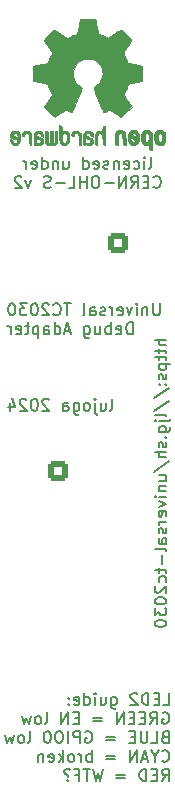
<source format=gbo>
G04 #@! TF.GenerationSoftware,KiCad,Pcbnew,7.0.10*
G04 #@! TF.CreationDate,2024-01-06T05:40:10+01:00*
G04 #@! TF.ProjectId,universal-tc2030,756e6976-6572-4736-916c-2d7463323033,rev?*
G04 #@! TF.SameCoordinates,Original*
G04 #@! TF.FileFunction,Legend,Bot*
G04 #@! TF.FilePolarity,Positive*
%FSLAX46Y46*%
G04 Gerber Fmt 4.6, Leading zero omitted, Abs format (unit mm)*
G04 Created by KiCad (PCBNEW 7.0.10) date 2024-01-06 05:40:10*
%MOMM*%
%LPD*%
G01*
G04 APERTURE LIST*
G04 Aperture macros list*
%AMRoundRect*
0 Rectangle with rounded corners*
0 $1 Rounding radius*
0 $2 $3 $4 $5 $6 $7 $8 $9 X,Y pos of 4 corners*
0 Add a 4 corners polygon primitive as box body*
4,1,4,$2,$3,$4,$5,$6,$7,$8,$9,$2,$3,0*
0 Add four circle primitives for the rounded corners*
1,1,$1+$1,$2,$3*
1,1,$1+$1,$4,$5*
1,1,$1+$1,$6,$7*
1,1,$1+$1,$8,$9*
0 Add four rect primitives between the rounded corners*
20,1,$1+$1,$2,$3,$4,$5,0*
20,1,$1+$1,$4,$5,$6,$7,0*
20,1,$1+$1,$6,$7,$8,$9,0*
20,1,$1+$1,$8,$9,$2,$3,0*%
G04 Aperture macros list end*
%ADD10C,0.150000*%
%ADD11C,0.010000*%
%ADD12R,1.700000X1.700000*%
%ADD13O,1.700000X1.700000*%
%ADD14C,0.500000*%
%ADD15R,1.000000X1.000000*%
%ADD16O,1.000000X1.000000*%
%ADD17RoundRect,0.250000X0.600000X-0.600000X0.600000X0.600000X-0.600000X0.600000X-0.600000X-0.600000X0*%
%ADD18C,1.700000*%
%ADD19R,11.000000X8.150000*%
%ADD20RoundRect,0.250000X-0.600000X0.600000X-0.600000X-0.600000X0.600000X-0.600000X0.600000X0.600000X0*%
G04 APERTURE END LIST*
D10*
X156387030Y-120789819D02*
X156863220Y-120789819D01*
X156863220Y-120789819D02*
X156863220Y-119789819D01*
X156053696Y-120266009D02*
X155720363Y-120266009D01*
X155577506Y-120789819D02*
X156053696Y-120789819D01*
X156053696Y-120789819D02*
X156053696Y-119789819D01*
X156053696Y-119789819D02*
X155577506Y-119789819D01*
X155148934Y-120789819D02*
X155148934Y-119789819D01*
X155148934Y-119789819D02*
X154910839Y-119789819D01*
X154910839Y-119789819D02*
X154767982Y-119837438D01*
X154767982Y-119837438D02*
X154672744Y-119932676D01*
X154672744Y-119932676D02*
X154625125Y-120027914D01*
X154625125Y-120027914D02*
X154577506Y-120218390D01*
X154577506Y-120218390D02*
X154577506Y-120361247D01*
X154577506Y-120361247D02*
X154625125Y-120551723D01*
X154625125Y-120551723D02*
X154672744Y-120646961D01*
X154672744Y-120646961D02*
X154767982Y-120742200D01*
X154767982Y-120742200D02*
X154910839Y-120789819D01*
X154910839Y-120789819D02*
X155148934Y-120789819D01*
X154196553Y-119885057D02*
X154148934Y-119837438D01*
X154148934Y-119837438D02*
X154053696Y-119789819D01*
X154053696Y-119789819D02*
X153815601Y-119789819D01*
X153815601Y-119789819D02*
X153720363Y-119837438D01*
X153720363Y-119837438D02*
X153672744Y-119885057D01*
X153672744Y-119885057D02*
X153625125Y-119980295D01*
X153625125Y-119980295D02*
X153625125Y-120075533D01*
X153625125Y-120075533D02*
X153672744Y-120218390D01*
X153672744Y-120218390D02*
X154244172Y-120789819D01*
X154244172Y-120789819D02*
X153625125Y-120789819D01*
X152006077Y-120123152D02*
X152006077Y-120932676D01*
X152006077Y-120932676D02*
X152053696Y-121027914D01*
X152053696Y-121027914D02*
X152101315Y-121075533D01*
X152101315Y-121075533D02*
X152196553Y-121123152D01*
X152196553Y-121123152D02*
X152339410Y-121123152D01*
X152339410Y-121123152D02*
X152434648Y-121075533D01*
X152006077Y-120742200D02*
X152101315Y-120789819D01*
X152101315Y-120789819D02*
X152291791Y-120789819D01*
X152291791Y-120789819D02*
X152387029Y-120742200D01*
X152387029Y-120742200D02*
X152434648Y-120694580D01*
X152434648Y-120694580D02*
X152482267Y-120599342D01*
X152482267Y-120599342D02*
X152482267Y-120313628D01*
X152482267Y-120313628D02*
X152434648Y-120218390D01*
X152434648Y-120218390D02*
X152387029Y-120170771D01*
X152387029Y-120170771D02*
X152291791Y-120123152D01*
X152291791Y-120123152D02*
X152101315Y-120123152D01*
X152101315Y-120123152D02*
X152006077Y-120170771D01*
X151101315Y-120123152D02*
X151101315Y-120789819D01*
X151529886Y-120123152D02*
X151529886Y-120646961D01*
X151529886Y-120646961D02*
X151482267Y-120742200D01*
X151482267Y-120742200D02*
X151387029Y-120789819D01*
X151387029Y-120789819D02*
X151244172Y-120789819D01*
X151244172Y-120789819D02*
X151148934Y-120742200D01*
X151148934Y-120742200D02*
X151101315Y-120694580D01*
X150625124Y-120789819D02*
X150625124Y-120123152D01*
X150625124Y-119789819D02*
X150672743Y-119837438D01*
X150672743Y-119837438D02*
X150625124Y-119885057D01*
X150625124Y-119885057D02*
X150577505Y-119837438D01*
X150577505Y-119837438D02*
X150625124Y-119789819D01*
X150625124Y-119789819D02*
X150625124Y-119885057D01*
X149720363Y-120789819D02*
X149720363Y-119789819D01*
X149720363Y-120742200D02*
X149815601Y-120789819D01*
X149815601Y-120789819D02*
X150006077Y-120789819D01*
X150006077Y-120789819D02*
X150101315Y-120742200D01*
X150101315Y-120742200D02*
X150148934Y-120694580D01*
X150148934Y-120694580D02*
X150196553Y-120599342D01*
X150196553Y-120599342D02*
X150196553Y-120313628D01*
X150196553Y-120313628D02*
X150148934Y-120218390D01*
X150148934Y-120218390D02*
X150101315Y-120170771D01*
X150101315Y-120170771D02*
X150006077Y-120123152D01*
X150006077Y-120123152D02*
X149815601Y-120123152D01*
X149815601Y-120123152D02*
X149720363Y-120170771D01*
X148863220Y-120742200D02*
X148958458Y-120789819D01*
X148958458Y-120789819D02*
X149148934Y-120789819D01*
X149148934Y-120789819D02*
X149244172Y-120742200D01*
X149244172Y-120742200D02*
X149291791Y-120646961D01*
X149291791Y-120646961D02*
X149291791Y-120266009D01*
X149291791Y-120266009D02*
X149244172Y-120170771D01*
X149244172Y-120170771D02*
X149148934Y-120123152D01*
X149148934Y-120123152D02*
X148958458Y-120123152D01*
X148958458Y-120123152D02*
X148863220Y-120170771D01*
X148863220Y-120170771D02*
X148815601Y-120266009D01*
X148815601Y-120266009D02*
X148815601Y-120361247D01*
X148815601Y-120361247D02*
X149291791Y-120456485D01*
X148387029Y-120694580D02*
X148339410Y-120742200D01*
X148339410Y-120742200D02*
X148387029Y-120789819D01*
X148387029Y-120789819D02*
X148434648Y-120742200D01*
X148434648Y-120742200D02*
X148387029Y-120694580D01*
X148387029Y-120694580D02*
X148387029Y-120789819D01*
X148387029Y-120170771D02*
X148339410Y-120218390D01*
X148339410Y-120218390D02*
X148387029Y-120266009D01*
X148387029Y-120266009D02*
X148434648Y-120218390D01*
X148434648Y-120218390D02*
X148387029Y-120170771D01*
X148387029Y-120170771D02*
X148387029Y-120266009D01*
X156339411Y-121447438D02*
X156434649Y-121399819D01*
X156434649Y-121399819D02*
X156577506Y-121399819D01*
X156577506Y-121399819D02*
X156720363Y-121447438D01*
X156720363Y-121447438D02*
X156815601Y-121542676D01*
X156815601Y-121542676D02*
X156863220Y-121637914D01*
X156863220Y-121637914D02*
X156910839Y-121828390D01*
X156910839Y-121828390D02*
X156910839Y-121971247D01*
X156910839Y-121971247D02*
X156863220Y-122161723D01*
X156863220Y-122161723D02*
X156815601Y-122256961D01*
X156815601Y-122256961D02*
X156720363Y-122352200D01*
X156720363Y-122352200D02*
X156577506Y-122399819D01*
X156577506Y-122399819D02*
X156482268Y-122399819D01*
X156482268Y-122399819D02*
X156339411Y-122352200D01*
X156339411Y-122352200D02*
X156291792Y-122304580D01*
X156291792Y-122304580D02*
X156291792Y-121971247D01*
X156291792Y-121971247D02*
X156482268Y-121971247D01*
X155291792Y-122399819D02*
X155625125Y-121923628D01*
X155863220Y-122399819D02*
X155863220Y-121399819D01*
X155863220Y-121399819D02*
X155482268Y-121399819D01*
X155482268Y-121399819D02*
X155387030Y-121447438D01*
X155387030Y-121447438D02*
X155339411Y-121495057D01*
X155339411Y-121495057D02*
X155291792Y-121590295D01*
X155291792Y-121590295D02*
X155291792Y-121733152D01*
X155291792Y-121733152D02*
X155339411Y-121828390D01*
X155339411Y-121828390D02*
X155387030Y-121876009D01*
X155387030Y-121876009D02*
X155482268Y-121923628D01*
X155482268Y-121923628D02*
X155863220Y-121923628D01*
X154863220Y-121876009D02*
X154529887Y-121876009D01*
X154387030Y-122399819D02*
X154863220Y-122399819D01*
X154863220Y-122399819D02*
X154863220Y-121399819D01*
X154863220Y-121399819D02*
X154387030Y-121399819D01*
X153958458Y-121876009D02*
X153625125Y-121876009D01*
X153482268Y-122399819D02*
X153958458Y-122399819D01*
X153958458Y-122399819D02*
X153958458Y-121399819D01*
X153958458Y-121399819D02*
X153482268Y-121399819D01*
X153053696Y-122399819D02*
X153053696Y-121399819D01*
X153053696Y-121399819D02*
X152482268Y-122399819D01*
X152482268Y-122399819D02*
X152482268Y-121399819D01*
X151244172Y-121876009D02*
X150482268Y-121876009D01*
X150482268Y-122161723D02*
X151244172Y-122161723D01*
X149244172Y-121876009D02*
X148910839Y-121876009D01*
X148767982Y-122399819D02*
X149244172Y-122399819D01*
X149244172Y-122399819D02*
X149244172Y-121399819D01*
X149244172Y-121399819D02*
X148767982Y-121399819D01*
X148339410Y-122399819D02*
X148339410Y-121399819D01*
X148339410Y-121399819D02*
X147767982Y-122399819D01*
X147767982Y-122399819D02*
X147767982Y-121399819D01*
X146387029Y-122399819D02*
X146482267Y-122352200D01*
X146482267Y-122352200D02*
X146529886Y-122256961D01*
X146529886Y-122256961D02*
X146529886Y-121399819D01*
X145863219Y-122399819D02*
X145958457Y-122352200D01*
X145958457Y-122352200D02*
X146006076Y-122304580D01*
X146006076Y-122304580D02*
X146053695Y-122209342D01*
X146053695Y-122209342D02*
X146053695Y-121923628D01*
X146053695Y-121923628D02*
X146006076Y-121828390D01*
X146006076Y-121828390D02*
X145958457Y-121780771D01*
X145958457Y-121780771D02*
X145863219Y-121733152D01*
X145863219Y-121733152D02*
X145720362Y-121733152D01*
X145720362Y-121733152D02*
X145625124Y-121780771D01*
X145625124Y-121780771D02*
X145577505Y-121828390D01*
X145577505Y-121828390D02*
X145529886Y-121923628D01*
X145529886Y-121923628D02*
X145529886Y-122209342D01*
X145529886Y-122209342D02*
X145577505Y-122304580D01*
X145577505Y-122304580D02*
X145625124Y-122352200D01*
X145625124Y-122352200D02*
X145720362Y-122399819D01*
X145720362Y-122399819D02*
X145863219Y-122399819D01*
X145196552Y-121733152D02*
X145006076Y-122399819D01*
X145006076Y-122399819D02*
X144815600Y-121923628D01*
X144815600Y-121923628D02*
X144625124Y-122399819D01*
X144625124Y-122399819D02*
X144434648Y-121733152D01*
X156529887Y-123486009D02*
X156387030Y-123533628D01*
X156387030Y-123533628D02*
X156339411Y-123581247D01*
X156339411Y-123581247D02*
X156291792Y-123676485D01*
X156291792Y-123676485D02*
X156291792Y-123819342D01*
X156291792Y-123819342D02*
X156339411Y-123914580D01*
X156339411Y-123914580D02*
X156387030Y-123962200D01*
X156387030Y-123962200D02*
X156482268Y-124009819D01*
X156482268Y-124009819D02*
X156863220Y-124009819D01*
X156863220Y-124009819D02*
X156863220Y-123009819D01*
X156863220Y-123009819D02*
X156529887Y-123009819D01*
X156529887Y-123009819D02*
X156434649Y-123057438D01*
X156434649Y-123057438D02*
X156387030Y-123105057D01*
X156387030Y-123105057D02*
X156339411Y-123200295D01*
X156339411Y-123200295D02*
X156339411Y-123295533D01*
X156339411Y-123295533D02*
X156387030Y-123390771D01*
X156387030Y-123390771D02*
X156434649Y-123438390D01*
X156434649Y-123438390D02*
X156529887Y-123486009D01*
X156529887Y-123486009D02*
X156863220Y-123486009D01*
X155387030Y-124009819D02*
X155863220Y-124009819D01*
X155863220Y-124009819D02*
X155863220Y-123009819D01*
X155053696Y-123009819D02*
X155053696Y-123819342D01*
X155053696Y-123819342D02*
X155006077Y-123914580D01*
X155006077Y-123914580D02*
X154958458Y-123962200D01*
X154958458Y-123962200D02*
X154863220Y-124009819D01*
X154863220Y-124009819D02*
X154672744Y-124009819D01*
X154672744Y-124009819D02*
X154577506Y-123962200D01*
X154577506Y-123962200D02*
X154529887Y-123914580D01*
X154529887Y-123914580D02*
X154482268Y-123819342D01*
X154482268Y-123819342D02*
X154482268Y-123009819D01*
X154006077Y-123486009D02*
X153672744Y-123486009D01*
X153529887Y-124009819D02*
X154006077Y-124009819D01*
X154006077Y-124009819D02*
X154006077Y-123009819D01*
X154006077Y-123009819D02*
X153529887Y-123009819D01*
X152339410Y-123486009D02*
X151577506Y-123486009D01*
X151577506Y-123771723D02*
X152339410Y-123771723D01*
X149815601Y-123057438D02*
X149910839Y-123009819D01*
X149910839Y-123009819D02*
X150053696Y-123009819D01*
X150053696Y-123009819D02*
X150196553Y-123057438D01*
X150196553Y-123057438D02*
X150291791Y-123152676D01*
X150291791Y-123152676D02*
X150339410Y-123247914D01*
X150339410Y-123247914D02*
X150387029Y-123438390D01*
X150387029Y-123438390D02*
X150387029Y-123581247D01*
X150387029Y-123581247D02*
X150339410Y-123771723D01*
X150339410Y-123771723D02*
X150291791Y-123866961D01*
X150291791Y-123866961D02*
X150196553Y-123962200D01*
X150196553Y-123962200D02*
X150053696Y-124009819D01*
X150053696Y-124009819D02*
X149958458Y-124009819D01*
X149958458Y-124009819D02*
X149815601Y-123962200D01*
X149815601Y-123962200D02*
X149767982Y-123914580D01*
X149767982Y-123914580D02*
X149767982Y-123581247D01*
X149767982Y-123581247D02*
X149958458Y-123581247D01*
X149339410Y-124009819D02*
X149339410Y-123009819D01*
X149339410Y-123009819D02*
X148958458Y-123009819D01*
X148958458Y-123009819D02*
X148863220Y-123057438D01*
X148863220Y-123057438D02*
X148815601Y-123105057D01*
X148815601Y-123105057D02*
X148767982Y-123200295D01*
X148767982Y-123200295D02*
X148767982Y-123343152D01*
X148767982Y-123343152D02*
X148815601Y-123438390D01*
X148815601Y-123438390D02*
X148863220Y-123486009D01*
X148863220Y-123486009D02*
X148958458Y-123533628D01*
X148958458Y-123533628D02*
X149339410Y-123533628D01*
X148339410Y-124009819D02*
X148339410Y-123009819D01*
X147672744Y-123009819D02*
X147482268Y-123009819D01*
X147482268Y-123009819D02*
X147387030Y-123057438D01*
X147387030Y-123057438D02*
X147291792Y-123152676D01*
X147291792Y-123152676D02*
X147244173Y-123343152D01*
X147244173Y-123343152D02*
X147244173Y-123676485D01*
X147244173Y-123676485D02*
X147291792Y-123866961D01*
X147291792Y-123866961D02*
X147387030Y-123962200D01*
X147387030Y-123962200D02*
X147482268Y-124009819D01*
X147482268Y-124009819D02*
X147672744Y-124009819D01*
X147672744Y-124009819D02*
X147767982Y-123962200D01*
X147767982Y-123962200D02*
X147863220Y-123866961D01*
X147863220Y-123866961D02*
X147910839Y-123676485D01*
X147910839Y-123676485D02*
X147910839Y-123343152D01*
X147910839Y-123343152D02*
X147863220Y-123152676D01*
X147863220Y-123152676D02*
X147767982Y-123057438D01*
X147767982Y-123057438D02*
X147672744Y-123009819D01*
X146625125Y-123009819D02*
X146529887Y-123009819D01*
X146529887Y-123009819D02*
X146434649Y-123057438D01*
X146434649Y-123057438D02*
X146387030Y-123105057D01*
X146387030Y-123105057D02*
X146339411Y-123200295D01*
X146339411Y-123200295D02*
X146291792Y-123390771D01*
X146291792Y-123390771D02*
X146291792Y-123628866D01*
X146291792Y-123628866D02*
X146339411Y-123819342D01*
X146339411Y-123819342D02*
X146387030Y-123914580D01*
X146387030Y-123914580D02*
X146434649Y-123962200D01*
X146434649Y-123962200D02*
X146529887Y-124009819D01*
X146529887Y-124009819D02*
X146625125Y-124009819D01*
X146625125Y-124009819D02*
X146720363Y-123962200D01*
X146720363Y-123962200D02*
X146767982Y-123914580D01*
X146767982Y-123914580D02*
X146815601Y-123819342D01*
X146815601Y-123819342D02*
X146863220Y-123628866D01*
X146863220Y-123628866D02*
X146863220Y-123390771D01*
X146863220Y-123390771D02*
X146815601Y-123200295D01*
X146815601Y-123200295D02*
X146767982Y-123105057D01*
X146767982Y-123105057D02*
X146720363Y-123057438D01*
X146720363Y-123057438D02*
X146625125Y-123009819D01*
X144958458Y-124009819D02*
X145053696Y-123962200D01*
X145053696Y-123962200D02*
X145101315Y-123866961D01*
X145101315Y-123866961D02*
X145101315Y-123009819D01*
X144434648Y-124009819D02*
X144529886Y-123962200D01*
X144529886Y-123962200D02*
X144577505Y-123914580D01*
X144577505Y-123914580D02*
X144625124Y-123819342D01*
X144625124Y-123819342D02*
X144625124Y-123533628D01*
X144625124Y-123533628D02*
X144577505Y-123438390D01*
X144577505Y-123438390D02*
X144529886Y-123390771D01*
X144529886Y-123390771D02*
X144434648Y-123343152D01*
X144434648Y-123343152D02*
X144291791Y-123343152D01*
X144291791Y-123343152D02*
X144196553Y-123390771D01*
X144196553Y-123390771D02*
X144148934Y-123438390D01*
X144148934Y-123438390D02*
X144101315Y-123533628D01*
X144101315Y-123533628D02*
X144101315Y-123819342D01*
X144101315Y-123819342D02*
X144148934Y-123914580D01*
X144148934Y-123914580D02*
X144196553Y-123962200D01*
X144196553Y-123962200D02*
X144291791Y-124009819D01*
X144291791Y-124009819D02*
X144434648Y-124009819D01*
X143767981Y-123343152D02*
X143577505Y-124009819D01*
X143577505Y-124009819D02*
X143387029Y-123533628D01*
X143387029Y-123533628D02*
X143196553Y-124009819D01*
X143196553Y-124009819D02*
X143006077Y-123343152D01*
X156291792Y-125524580D02*
X156339411Y-125572200D01*
X156339411Y-125572200D02*
X156482268Y-125619819D01*
X156482268Y-125619819D02*
X156577506Y-125619819D01*
X156577506Y-125619819D02*
X156720363Y-125572200D01*
X156720363Y-125572200D02*
X156815601Y-125476961D01*
X156815601Y-125476961D02*
X156863220Y-125381723D01*
X156863220Y-125381723D02*
X156910839Y-125191247D01*
X156910839Y-125191247D02*
X156910839Y-125048390D01*
X156910839Y-125048390D02*
X156863220Y-124857914D01*
X156863220Y-124857914D02*
X156815601Y-124762676D01*
X156815601Y-124762676D02*
X156720363Y-124667438D01*
X156720363Y-124667438D02*
X156577506Y-124619819D01*
X156577506Y-124619819D02*
X156482268Y-124619819D01*
X156482268Y-124619819D02*
X156339411Y-124667438D01*
X156339411Y-124667438D02*
X156291792Y-124715057D01*
X155672744Y-125143628D02*
X155672744Y-125619819D01*
X156006077Y-124619819D02*
X155672744Y-125143628D01*
X155672744Y-125143628D02*
X155339411Y-124619819D01*
X155053696Y-125334104D02*
X154577506Y-125334104D01*
X155148934Y-125619819D02*
X154815601Y-124619819D01*
X154815601Y-124619819D02*
X154482268Y-125619819D01*
X154148934Y-125619819D02*
X154148934Y-124619819D01*
X154148934Y-124619819D02*
X153577506Y-125619819D01*
X153577506Y-125619819D02*
X153577506Y-124619819D01*
X152339410Y-125096009D02*
X151577506Y-125096009D01*
X151577506Y-125381723D02*
X152339410Y-125381723D01*
X150339410Y-125619819D02*
X150339410Y-124619819D01*
X150339410Y-125000771D02*
X150244172Y-124953152D01*
X150244172Y-124953152D02*
X150053696Y-124953152D01*
X150053696Y-124953152D02*
X149958458Y-125000771D01*
X149958458Y-125000771D02*
X149910839Y-125048390D01*
X149910839Y-125048390D02*
X149863220Y-125143628D01*
X149863220Y-125143628D02*
X149863220Y-125429342D01*
X149863220Y-125429342D02*
X149910839Y-125524580D01*
X149910839Y-125524580D02*
X149958458Y-125572200D01*
X149958458Y-125572200D02*
X150053696Y-125619819D01*
X150053696Y-125619819D02*
X150244172Y-125619819D01*
X150244172Y-125619819D02*
X150339410Y-125572200D01*
X149434648Y-125619819D02*
X149434648Y-124953152D01*
X149434648Y-125143628D02*
X149387029Y-125048390D01*
X149387029Y-125048390D02*
X149339410Y-125000771D01*
X149339410Y-125000771D02*
X149244172Y-124953152D01*
X149244172Y-124953152D02*
X149148934Y-124953152D01*
X148672743Y-125619819D02*
X148767981Y-125572200D01*
X148767981Y-125572200D02*
X148815600Y-125524580D01*
X148815600Y-125524580D02*
X148863219Y-125429342D01*
X148863219Y-125429342D02*
X148863219Y-125143628D01*
X148863219Y-125143628D02*
X148815600Y-125048390D01*
X148815600Y-125048390D02*
X148767981Y-125000771D01*
X148767981Y-125000771D02*
X148672743Y-124953152D01*
X148672743Y-124953152D02*
X148529886Y-124953152D01*
X148529886Y-124953152D02*
X148434648Y-125000771D01*
X148434648Y-125000771D02*
X148387029Y-125048390D01*
X148387029Y-125048390D02*
X148339410Y-125143628D01*
X148339410Y-125143628D02*
X148339410Y-125429342D01*
X148339410Y-125429342D02*
X148387029Y-125524580D01*
X148387029Y-125524580D02*
X148434648Y-125572200D01*
X148434648Y-125572200D02*
X148529886Y-125619819D01*
X148529886Y-125619819D02*
X148672743Y-125619819D01*
X147910838Y-125619819D02*
X147910838Y-124619819D01*
X147815600Y-125238866D02*
X147529886Y-125619819D01*
X147529886Y-124953152D02*
X147910838Y-125334104D01*
X146720362Y-125572200D02*
X146815600Y-125619819D01*
X146815600Y-125619819D02*
X147006076Y-125619819D01*
X147006076Y-125619819D02*
X147101314Y-125572200D01*
X147101314Y-125572200D02*
X147148933Y-125476961D01*
X147148933Y-125476961D02*
X147148933Y-125096009D01*
X147148933Y-125096009D02*
X147101314Y-125000771D01*
X147101314Y-125000771D02*
X147006076Y-124953152D01*
X147006076Y-124953152D02*
X146815600Y-124953152D01*
X146815600Y-124953152D02*
X146720362Y-125000771D01*
X146720362Y-125000771D02*
X146672743Y-125096009D01*
X146672743Y-125096009D02*
X146672743Y-125191247D01*
X146672743Y-125191247D02*
X147148933Y-125286485D01*
X146244171Y-124953152D02*
X146244171Y-125619819D01*
X146244171Y-125048390D02*
X146196552Y-125000771D01*
X146196552Y-125000771D02*
X146101314Y-124953152D01*
X146101314Y-124953152D02*
X145958457Y-124953152D01*
X145958457Y-124953152D02*
X145863219Y-125000771D01*
X145863219Y-125000771D02*
X145815600Y-125096009D01*
X145815600Y-125096009D02*
X145815600Y-125619819D01*
X156291792Y-127229819D02*
X156625125Y-126753628D01*
X156863220Y-127229819D02*
X156863220Y-126229819D01*
X156863220Y-126229819D02*
X156482268Y-126229819D01*
X156482268Y-126229819D02*
X156387030Y-126277438D01*
X156387030Y-126277438D02*
X156339411Y-126325057D01*
X156339411Y-126325057D02*
X156291792Y-126420295D01*
X156291792Y-126420295D02*
X156291792Y-126563152D01*
X156291792Y-126563152D02*
X156339411Y-126658390D01*
X156339411Y-126658390D02*
X156387030Y-126706009D01*
X156387030Y-126706009D02*
X156482268Y-126753628D01*
X156482268Y-126753628D02*
X156863220Y-126753628D01*
X155863220Y-126706009D02*
X155529887Y-126706009D01*
X155387030Y-127229819D02*
X155863220Y-127229819D01*
X155863220Y-127229819D02*
X155863220Y-126229819D01*
X155863220Y-126229819D02*
X155387030Y-126229819D01*
X154958458Y-127229819D02*
X154958458Y-126229819D01*
X154958458Y-126229819D02*
X154720363Y-126229819D01*
X154720363Y-126229819D02*
X154577506Y-126277438D01*
X154577506Y-126277438D02*
X154482268Y-126372676D01*
X154482268Y-126372676D02*
X154434649Y-126467914D01*
X154434649Y-126467914D02*
X154387030Y-126658390D01*
X154387030Y-126658390D02*
X154387030Y-126801247D01*
X154387030Y-126801247D02*
X154434649Y-126991723D01*
X154434649Y-126991723D02*
X154482268Y-127086961D01*
X154482268Y-127086961D02*
X154577506Y-127182200D01*
X154577506Y-127182200D02*
X154720363Y-127229819D01*
X154720363Y-127229819D02*
X154958458Y-127229819D01*
X153196553Y-126706009D02*
X152434649Y-126706009D01*
X152434649Y-126991723D02*
X153196553Y-126991723D01*
X151291791Y-126229819D02*
X151053696Y-127229819D01*
X151053696Y-127229819D02*
X150863220Y-126515533D01*
X150863220Y-126515533D02*
X150672744Y-127229819D01*
X150672744Y-127229819D02*
X150434649Y-126229819D01*
X150196553Y-126229819D02*
X149625125Y-126229819D01*
X149910839Y-127229819D02*
X149910839Y-126229819D01*
X148958458Y-126706009D02*
X149291791Y-126706009D01*
X149291791Y-127229819D02*
X149291791Y-126229819D01*
X149291791Y-126229819D02*
X148815601Y-126229819D01*
X148291791Y-127134580D02*
X148244172Y-127182200D01*
X148244172Y-127182200D02*
X148291791Y-127229819D01*
X148291791Y-127229819D02*
X148339410Y-127182200D01*
X148339410Y-127182200D02*
X148291791Y-127134580D01*
X148291791Y-127134580D02*
X148291791Y-127229819D01*
X148482267Y-126277438D02*
X148387029Y-126229819D01*
X148387029Y-126229819D02*
X148148934Y-126229819D01*
X148148934Y-126229819D02*
X148053696Y-126277438D01*
X148053696Y-126277438D02*
X148006077Y-126372676D01*
X148006077Y-126372676D02*
X148006077Y-126467914D01*
X148006077Y-126467914D02*
X148053696Y-126563152D01*
X148053696Y-126563152D02*
X148101315Y-126610771D01*
X148101315Y-126610771D02*
X148196553Y-126658390D01*
X148196553Y-126658390D02*
X148244172Y-126706009D01*
X148244172Y-126706009D02*
X148291791Y-126801247D01*
X148291791Y-126801247D02*
X148291791Y-126848866D01*
X156669819Y-89880951D02*
X155669819Y-89880951D01*
X156669819Y-90309522D02*
X156146009Y-90309522D01*
X156146009Y-90309522D02*
X156050771Y-90261903D01*
X156050771Y-90261903D02*
X156003152Y-90166665D01*
X156003152Y-90166665D02*
X156003152Y-90023808D01*
X156003152Y-90023808D02*
X156050771Y-89928570D01*
X156050771Y-89928570D02*
X156098390Y-89880951D01*
X156003152Y-90642856D02*
X156003152Y-91023808D01*
X155669819Y-90785713D02*
X156526961Y-90785713D01*
X156526961Y-90785713D02*
X156622200Y-90833332D01*
X156622200Y-90833332D02*
X156669819Y-90928570D01*
X156669819Y-90928570D02*
X156669819Y-91023808D01*
X156003152Y-91214285D02*
X156003152Y-91595237D01*
X155669819Y-91357142D02*
X156526961Y-91357142D01*
X156526961Y-91357142D02*
X156622200Y-91404761D01*
X156622200Y-91404761D02*
X156669819Y-91499999D01*
X156669819Y-91499999D02*
X156669819Y-91595237D01*
X156003152Y-91928571D02*
X157003152Y-91928571D01*
X156050771Y-91928571D02*
X156003152Y-92023809D01*
X156003152Y-92023809D02*
X156003152Y-92214285D01*
X156003152Y-92214285D02*
X156050771Y-92309523D01*
X156050771Y-92309523D02*
X156098390Y-92357142D01*
X156098390Y-92357142D02*
X156193628Y-92404761D01*
X156193628Y-92404761D02*
X156479342Y-92404761D01*
X156479342Y-92404761D02*
X156574580Y-92357142D01*
X156574580Y-92357142D02*
X156622200Y-92309523D01*
X156622200Y-92309523D02*
X156669819Y-92214285D01*
X156669819Y-92214285D02*
X156669819Y-92023809D01*
X156669819Y-92023809D02*
X156622200Y-91928571D01*
X156622200Y-92785714D02*
X156669819Y-92880952D01*
X156669819Y-92880952D02*
X156669819Y-93071428D01*
X156669819Y-93071428D02*
X156622200Y-93166666D01*
X156622200Y-93166666D02*
X156526961Y-93214285D01*
X156526961Y-93214285D02*
X156479342Y-93214285D01*
X156479342Y-93214285D02*
X156384104Y-93166666D01*
X156384104Y-93166666D02*
X156336485Y-93071428D01*
X156336485Y-93071428D02*
X156336485Y-92928571D01*
X156336485Y-92928571D02*
X156288866Y-92833333D01*
X156288866Y-92833333D02*
X156193628Y-92785714D01*
X156193628Y-92785714D02*
X156146009Y-92785714D01*
X156146009Y-92785714D02*
X156050771Y-92833333D01*
X156050771Y-92833333D02*
X156003152Y-92928571D01*
X156003152Y-92928571D02*
X156003152Y-93071428D01*
X156003152Y-93071428D02*
X156050771Y-93166666D01*
X156574580Y-93642857D02*
X156622200Y-93690476D01*
X156622200Y-93690476D02*
X156669819Y-93642857D01*
X156669819Y-93642857D02*
X156622200Y-93595238D01*
X156622200Y-93595238D02*
X156574580Y-93642857D01*
X156574580Y-93642857D02*
X156669819Y-93642857D01*
X156050771Y-93642857D02*
X156098390Y-93690476D01*
X156098390Y-93690476D02*
X156146009Y-93642857D01*
X156146009Y-93642857D02*
X156098390Y-93595238D01*
X156098390Y-93595238D02*
X156050771Y-93642857D01*
X156050771Y-93642857D02*
X156146009Y-93642857D01*
X155622200Y-94833332D02*
X156907914Y-93976190D01*
X155622200Y-95880951D02*
X156907914Y-95023809D01*
X156669819Y-96357142D02*
X156622200Y-96261904D01*
X156622200Y-96261904D02*
X156526961Y-96214285D01*
X156526961Y-96214285D02*
X155669819Y-96214285D01*
X156003152Y-96738095D02*
X156860295Y-96738095D01*
X156860295Y-96738095D02*
X156955533Y-96690476D01*
X156955533Y-96690476D02*
X157003152Y-96595238D01*
X157003152Y-96595238D02*
X157003152Y-96547619D01*
X155669819Y-96738095D02*
X155717438Y-96690476D01*
X155717438Y-96690476D02*
X155765057Y-96738095D01*
X155765057Y-96738095D02*
X155717438Y-96785714D01*
X155717438Y-96785714D02*
X155669819Y-96738095D01*
X155669819Y-96738095D02*
X155765057Y-96738095D01*
X156003152Y-97642856D02*
X156812676Y-97642856D01*
X156812676Y-97642856D02*
X156907914Y-97595237D01*
X156907914Y-97595237D02*
X156955533Y-97547618D01*
X156955533Y-97547618D02*
X157003152Y-97452380D01*
X157003152Y-97452380D02*
X157003152Y-97309523D01*
X157003152Y-97309523D02*
X156955533Y-97214285D01*
X156622200Y-97642856D02*
X156669819Y-97547618D01*
X156669819Y-97547618D02*
X156669819Y-97357142D01*
X156669819Y-97357142D02*
X156622200Y-97261904D01*
X156622200Y-97261904D02*
X156574580Y-97214285D01*
X156574580Y-97214285D02*
X156479342Y-97166666D01*
X156479342Y-97166666D02*
X156193628Y-97166666D01*
X156193628Y-97166666D02*
X156098390Y-97214285D01*
X156098390Y-97214285D02*
X156050771Y-97261904D01*
X156050771Y-97261904D02*
X156003152Y-97357142D01*
X156003152Y-97357142D02*
X156003152Y-97547618D01*
X156003152Y-97547618D02*
X156050771Y-97642856D01*
X156574580Y-98119047D02*
X156622200Y-98166666D01*
X156622200Y-98166666D02*
X156669819Y-98119047D01*
X156669819Y-98119047D02*
X156622200Y-98071428D01*
X156622200Y-98071428D02*
X156574580Y-98119047D01*
X156574580Y-98119047D02*
X156669819Y-98119047D01*
X156622200Y-98547618D02*
X156669819Y-98642856D01*
X156669819Y-98642856D02*
X156669819Y-98833332D01*
X156669819Y-98833332D02*
X156622200Y-98928570D01*
X156622200Y-98928570D02*
X156526961Y-98976189D01*
X156526961Y-98976189D02*
X156479342Y-98976189D01*
X156479342Y-98976189D02*
X156384104Y-98928570D01*
X156384104Y-98928570D02*
X156336485Y-98833332D01*
X156336485Y-98833332D02*
X156336485Y-98690475D01*
X156336485Y-98690475D02*
X156288866Y-98595237D01*
X156288866Y-98595237D02*
X156193628Y-98547618D01*
X156193628Y-98547618D02*
X156146009Y-98547618D01*
X156146009Y-98547618D02*
X156050771Y-98595237D01*
X156050771Y-98595237D02*
X156003152Y-98690475D01*
X156003152Y-98690475D02*
X156003152Y-98833332D01*
X156003152Y-98833332D02*
X156050771Y-98928570D01*
X156669819Y-99404761D02*
X155669819Y-99404761D01*
X156669819Y-99833332D02*
X156146009Y-99833332D01*
X156146009Y-99833332D02*
X156050771Y-99785713D01*
X156050771Y-99785713D02*
X156003152Y-99690475D01*
X156003152Y-99690475D02*
X156003152Y-99547618D01*
X156003152Y-99547618D02*
X156050771Y-99452380D01*
X156050771Y-99452380D02*
X156098390Y-99404761D01*
X155622200Y-101023808D02*
X156907914Y-100166666D01*
X156003152Y-101785713D02*
X156669819Y-101785713D01*
X156003152Y-101357142D02*
X156526961Y-101357142D01*
X156526961Y-101357142D02*
X156622200Y-101404761D01*
X156622200Y-101404761D02*
X156669819Y-101499999D01*
X156669819Y-101499999D02*
X156669819Y-101642856D01*
X156669819Y-101642856D02*
X156622200Y-101738094D01*
X156622200Y-101738094D02*
X156574580Y-101785713D01*
X156003152Y-102261904D02*
X156669819Y-102261904D01*
X156098390Y-102261904D02*
X156050771Y-102309523D01*
X156050771Y-102309523D02*
X156003152Y-102404761D01*
X156003152Y-102404761D02*
X156003152Y-102547618D01*
X156003152Y-102547618D02*
X156050771Y-102642856D01*
X156050771Y-102642856D02*
X156146009Y-102690475D01*
X156146009Y-102690475D02*
X156669819Y-102690475D01*
X156669819Y-103166666D02*
X156003152Y-103166666D01*
X155669819Y-103166666D02*
X155717438Y-103119047D01*
X155717438Y-103119047D02*
X155765057Y-103166666D01*
X155765057Y-103166666D02*
X155717438Y-103214285D01*
X155717438Y-103214285D02*
X155669819Y-103166666D01*
X155669819Y-103166666D02*
X155765057Y-103166666D01*
X156003152Y-103547618D02*
X156669819Y-103785713D01*
X156669819Y-103785713D02*
X156003152Y-104023808D01*
X156622200Y-104785713D02*
X156669819Y-104690475D01*
X156669819Y-104690475D02*
X156669819Y-104499999D01*
X156669819Y-104499999D02*
X156622200Y-104404761D01*
X156622200Y-104404761D02*
X156526961Y-104357142D01*
X156526961Y-104357142D02*
X156146009Y-104357142D01*
X156146009Y-104357142D02*
X156050771Y-104404761D01*
X156050771Y-104404761D02*
X156003152Y-104499999D01*
X156003152Y-104499999D02*
X156003152Y-104690475D01*
X156003152Y-104690475D02*
X156050771Y-104785713D01*
X156050771Y-104785713D02*
X156146009Y-104833332D01*
X156146009Y-104833332D02*
X156241247Y-104833332D01*
X156241247Y-104833332D02*
X156336485Y-104357142D01*
X156669819Y-105261904D02*
X156003152Y-105261904D01*
X156193628Y-105261904D02*
X156098390Y-105309523D01*
X156098390Y-105309523D02*
X156050771Y-105357142D01*
X156050771Y-105357142D02*
X156003152Y-105452380D01*
X156003152Y-105452380D02*
X156003152Y-105547618D01*
X156622200Y-105833333D02*
X156669819Y-105928571D01*
X156669819Y-105928571D02*
X156669819Y-106119047D01*
X156669819Y-106119047D02*
X156622200Y-106214285D01*
X156622200Y-106214285D02*
X156526961Y-106261904D01*
X156526961Y-106261904D02*
X156479342Y-106261904D01*
X156479342Y-106261904D02*
X156384104Y-106214285D01*
X156384104Y-106214285D02*
X156336485Y-106119047D01*
X156336485Y-106119047D02*
X156336485Y-105976190D01*
X156336485Y-105976190D02*
X156288866Y-105880952D01*
X156288866Y-105880952D02*
X156193628Y-105833333D01*
X156193628Y-105833333D02*
X156146009Y-105833333D01*
X156146009Y-105833333D02*
X156050771Y-105880952D01*
X156050771Y-105880952D02*
X156003152Y-105976190D01*
X156003152Y-105976190D02*
X156003152Y-106119047D01*
X156003152Y-106119047D02*
X156050771Y-106214285D01*
X156669819Y-107119047D02*
X156146009Y-107119047D01*
X156146009Y-107119047D02*
X156050771Y-107071428D01*
X156050771Y-107071428D02*
X156003152Y-106976190D01*
X156003152Y-106976190D02*
X156003152Y-106785714D01*
X156003152Y-106785714D02*
X156050771Y-106690476D01*
X156622200Y-107119047D02*
X156669819Y-107023809D01*
X156669819Y-107023809D02*
X156669819Y-106785714D01*
X156669819Y-106785714D02*
X156622200Y-106690476D01*
X156622200Y-106690476D02*
X156526961Y-106642857D01*
X156526961Y-106642857D02*
X156431723Y-106642857D01*
X156431723Y-106642857D02*
X156336485Y-106690476D01*
X156336485Y-106690476D02*
X156288866Y-106785714D01*
X156288866Y-106785714D02*
X156288866Y-107023809D01*
X156288866Y-107023809D02*
X156241247Y-107119047D01*
X156669819Y-107738095D02*
X156622200Y-107642857D01*
X156622200Y-107642857D02*
X156526961Y-107595238D01*
X156526961Y-107595238D02*
X155669819Y-107595238D01*
X156288866Y-108119048D02*
X156288866Y-108880953D01*
X156003152Y-109214286D02*
X156003152Y-109595238D01*
X155669819Y-109357143D02*
X156526961Y-109357143D01*
X156526961Y-109357143D02*
X156622200Y-109404762D01*
X156622200Y-109404762D02*
X156669819Y-109500000D01*
X156669819Y-109500000D02*
X156669819Y-109595238D01*
X156622200Y-110357143D02*
X156669819Y-110261905D01*
X156669819Y-110261905D02*
X156669819Y-110071429D01*
X156669819Y-110071429D02*
X156622200Y-109976191D01*
X156622200Y-109976191D02*
X156574580Y-109928572D01*
X156574580Y-109928572D02*
X156479342Y-109880953D01*
X156479342Y-109880953D02*
X156193628Y-109880953D01*
X156193628Y-109880953D02*
X156098390Y-109928572D01*
X156098390Y-109928572D02*
X156050771Y-109976191D01*
X156050771Y-109976191D02*
X156003152Y-110071429D01*
X156003152Y-110071429D02*
X156003152Y-110261905D01*
X156003152Y-110261905D02*
X156050771Y-110357143D01*
X155765057Y-110738096D02*
X155717438Y-110785715D01*
X155717438Y-110785715D02*
X155669819Y-110880953D01*
X155669819Y-110880953D02*
X155669819Y-111119048D01*
X155669819Y-111119048D02*
X155717438Y-111214286D01*
X155717438Y-111214286D02*
X155765057Y-111261905D01*
X155765057Y-111261905D02*
X155860295Y-111309524D01*
X155860295Y-111309524D02*
X155955533Y-111309524D01*
X155955533Y-111309524D02*
X156098390Y-111261905D01*
X156098390Y-111261905D02*
X156669819Y-110690477D01*
X156669819Y-110690477D02*
X156669819Y-111309524D01*
X155669819Y-111928572D02*
X155669819Y-112023810D01*
X155669819Y-112023810D02*
X155717438Y-112119048D01*
X155717438Y-112119048D02*
X155765057Y-112166667D01*
X155765057Y-112166667D02*
X155860295Y-112214286D01*
X155860295Y-112214286D02*
X156050771Y-112261905D01*
X156050771Y-112261905D02*
X156288866Y-112261905D01*
X156288866Y-112261905D02*
X156479342Y-112214286D01*
X156479342Y-112214286D02*
X156574580Y-112166667D01*
X156574580Y-112166667D02*
X156622200Y-112119048D01*
X156622200Y-112119048D02*
X156669819Y-112023810D01*
X156669819Y-112023810D02*
X156669819Y-111928572D01*
X156669819Y-111928572D02*
X156622200Y-111833334D01*
X156622200Y-111833334D02*
X156574580Y-111785715D01*
X156574580Y-111785715D02*
X156479342Y-111738096D01*
X156479342Y-111738096D02*
X156288866Y-111690477D01*
X156288866Y-111690477D02*
X156050771Y-111690477D01*
X156050771Y-111690477D02*
X155860295Y-111738096D01*
X155860295Y-111738096D02*
X155765057Y-111785715D01*
X155765057Y-111785715D02*
X155717438Y-111833334D01*
X155717438Y-111833334D02*
X155669819Y-111928572D01*
X155669819Y-112595239D02*
X155669819Y-113214286D01*
X155669819Y-113214286D02*
X156050771Y-112880953D01*
X156050771Y-112880953D02*
X156050771Y-113023810D01*
X156050771Y-113023810D02*
X156098390Y-113119048D01*
X156098390Y-113119048D02*
X156146009Y-113166667D01*
X156146009Y-113166667D02*
X156241247Y-113214286D01*
X156241247Y-113214286D02*
X156479342Y-113214286D01*
X156479342Y-113214286D02*
X156574580Y-113166667D01*
X156574580Y-113166667D02*
X156622200Y-113119048D01*
X156622200Y-113119048D02*
X156669819Y-113023810D01*
X156669819Y-113023810D02*
X156669819Y-112738096D01*
X156669819Y-112738096D02*
X156622200Y-112642858D01*
X156622200Y-112642858D02*
X156574580Y-112595239D01*
X155669819Y-113833334D02*
X155669819Y-113928572D01*
X155669819Y-113928572D02*
X155717438Y-114023810D01*
X155717438Y-114023810D02*
X155765057Y-114071429D01*
X155765057Y-114071429D02*
X155860295Y-114119048D01*
X155860295Y-114119048D02*
X156050771Y-114166667D01*
X156050771Y-114166667D02*
X156288866Y-114166667D01*
X156288866Y-114166667D02*
X156479342Y-114119048D01*
X156479342Y-114119048D02*
X156574580Y-114071429D01*
X156574580Y-114071429D02*
X156622200Y-114023810D01*
X156622200Y-114023810D02*
X156669819Y-113928572D01*
X156669819Y-113928572D02*
X156669819Y-113833334D01*
X156669819Y-113833334D02*
X156622200Y-113738096D01*
X156622200Y-113738096D02*
X156574580Y-113690477D01*
X156574580Y-113690477D02*
X156479342Y-113642858D01*
X156479342Y-113642858D02*
X156288866Y-113595239D01*
X156288866Y-113595239D02*
X156050771Y-113595239D01*
X156050771Y-113595239D02*
X155860295Y-113642858D01*
X155860295Y-113642858D02*
X155765057Y-113690477D01*
X155765057Y-113690477D02*
X155717438Y-113738096D01*
X155717438Y-113738096D02*
X155669819Y-113833334D01*
X155190476Y-75399819D02*
X155285714Y-75352200D01*
X155285714Y-75352200D02*
X155333333Y-75256961D01*
X155333333Y-75256961D02*
X155333333Y-74399819D01*
X154809523Y-75399819D02*
X154809523Y-74733152D01*
X154809523Y-74399819D02*
X154857142Y-74447438D01*
X154857142Y-74447438D02*
X154809523Y-74495057D01*
X154809523Y-74495057D02*
X154761904Y-74447438D01*
X154761904Y-74447438D02*
X154809523Y-74399819D01*
X154809523Y-74399819D02*
X154809523Y-74495057D01*
X153904762Y-75352200D02*
X154000000Y-75399819D01*
X154000000Y-75399819D02*
X154190476Y-75399819D01*
X154190476Y-75399819D02*
X154285714Y-75352200D01*
X154285714Y-75352200D02*
X154333333Y-75304580D01*
X154333333Y-75304580D02*
X154380952Y-75209342D01*
X154380952Y-75209342D02*
X154380952Y-74923628D01*
X154380952Y-74923628D02*
X154333333Y-74828390D01*
X154333333Y-74828390D02*
X154285714Y-74780771D01*
X154285714Y-74780771D02*
X154190476Y-74733152D01*
X154190476Y-74733152D02*
X154000000Y-74733152D01*
X154000000Y-74733152D02*
X153904762Y-74780771D01*
X153095238Y-75352200D02*
X153190476Y-75399819D01*
X153190476Y-75399819D02*
X153380952Y-75399819D01*
X153380952Y-75399819D02*
X153476190Y-75352200D01*
X153476190Y-75352200D02*
X153523809Y-75256961D01*
X153523809Y-75256961D02*
X153523809Y-74876009D01*
X153523809Y-74876009D02*
X153476190Y-74780771D01*
X153476190Y-74780771D02*
X153380952Y-74733152D01*
X153380952Y-74733152D02*
X153190476Y-74733152D01*
X153190476Y-74733152D02*
X153095238Y-74780771D01*
X153095238Y-74780771D02*
X153047619Y-74876009D01*
X153047619Y-74876009D02*
X153047619Y-74971247D01*
X153047619Y-74971247D02*
X153523809Y-75066485D01*
X152619047Y-74733152D02*
X152619047Y-75399819D01*
X152619047Y-74828390D02*
X152571428Y-74780771D01*
X152571428Y-74780771D02*
X152476190Y-74733152D01*
X152476190Y-74733152D02*
X152333333Y-74733152D01*
X152333333Y-74733152D02*
X152238095Y-74780771D01*
X152238095Y-74780771D02*
X152190476Y-74876009D01*
X152190476Y-74876009D02*
X152190476Y-75399819D01*
X151761904Y-75352200D02*
X151666666Y-75399819D01*
X151666666Y-75399819D02*
X151476190Y-75399819D01*
X151476190Y-75399819D02*
X151380952Y-75352200D01*
X151380952Y-75352200D02*
X151333333Y-75256961D01*
X151333333Y-75256961D02*
X151333333Y-75209342D01*
X151333333Y-75209342D02*
X151380952Y-75114104D01*
X151380952Y-75114104D02*
X151476190Y-75066485D01*
X151476190Y-75066485D02*
X151619047Y-75066485D01*
X151619047Y-75066485D02*
X151714285Y-75018866D01*
X151714285Y-75018866D02*
X151761904Y-74923628D01*
X151761904Y-74923628D02*
X151761904Y-74876009D01*
X151761904Y-74876009D02*
X151714285Y-74780771D01*
X151714285Y-74780771D02*
X151619047Y-74733152D01*
X151619047Y-74733152D02*
X151476190Y-74733152D01*
X151476190Y-74733152D02*
X151380952Y-74780771D01*
X150523809Y-75352200D02*
X150619047Y-75399819D01*
X150619047Y-75399819D02*
X150809523Y-75399819D01*
X150809523Y-75399819D02*
X150904761Y-75352200D01*
X150904761Y-75352200D02*
X150952380Y-75256961D01*
X150952380Y-75256961D02*
X150952380Y-74876009D01*
X150952380Y-74876009D02*
X150904761Y-74780771D01*
X150904761Y-74780771D02*
X150809523Y-74733152D01*
X150809523Y-74733152D02*
X150619047Y-74733152D01*
X150619047Y-74733152D02*
X150523809Y-74780771D01*
X150523809Y-74780771D02*
X150476190Y-74876009D01*
X150476190Y-74876009D02*
X150476190Y-74971247D01*
X150476190Y-74971247D02*
X150952380Y-75066485D01*
X149619047Y-75399819D02*
X149619047Y-74399819D01*
X149619047Y-75352200D02*
X149714285Y-75399819D01*
X149714285Y-75399819D02*
X149904761Y-75399819D01*
X149904761Y-75399819D02*
X149999999Y-75352200D01*
X149999999Y-75352200D02*
X150047618Y-75304580D01*
X150047618Y-75304580D02*
X150095237Y-75209342D01*
X150095237Y-75209342D02*
X150095237Y-74923628D01*
X150095237Y-74923628D02*
X150047618Y-74828390D01*
X150047618Y-74828390D02*
X149999999Y-74780771D01*
X149999999Y-74780771D02*
X149904761Y-74733152D01*
X149904761Y-74733152D02*
X149714285Y-74733152D01*
X149714285Y-74733152D02*
X149619047Y-74780771D01*
X147952380Y-74733152D02*
X147952380Y-75399819D01*
X148380951Y-74733152D02*
X148380951Y-75256961D01*
X148380951Y-75256961D02*
X148333332Y-75352200D01*
X148333332Y-75352200D02*
X148238094Y-75399819D01*
X148238094Y-75399819D02*
X148095237Y-75399819D01*
X148095237Y-75399819D02*
X147999999Y-75352200D01*
X147999999Y-75352200D02*
X147952380Y-75304580D01*
X147476189Y-74733152D02*
X147476189Y-75399819D01*
X147476189Y-74828390D02*
X147428570Y-74780771D01*
X147428570Y-74780771D02*
X147333332Y-74733152D01*
X147333332Y-74733152D02*
X147190475Y-74733152D01*
X147190475Y-74733152D02*
X147095237Y-74780771D01*
X147095237Y-74780771D02*
X147047618Y-74876009D01*
X147047618Y-74876009D02*
X147047618Y-75399819D01*
X146142856Y-75399819D02*
X146142856Y-74399819D01*
X146142856Y-75352200D02*
X146238094Y-75399819D01*
X146238094Y-75399819D02*
X146428570Y-75399819D01*
X146428570Y-75399819D02*
X146523808Y-75352200D01*
X146523808Y-75352200D02*
X146571427Y-75304580D01*
X146571427Y-75304580D02*
X146619046Y-75209342D01*
X146619046Y-75209342D02*
X146619046Y-74923628D01*
X146619046Y-74923628D02*
X146571427Y-74828390D01*
X146571427Y-74828390D02*
X146523808Y-74780771D01*
X146523808Y-74780771D02*
X146428570Y-74733152D01*
X146428570Y-74733152D02*
X146238094Y-74733152D01*
X146238094Y-74733152D02*
X146142856Y-74780771D01*
X145285713Y-75352200D02*
X145380951Y-75399819D01*
X145380951Y-75399819D02*
X145571427Y-75399819D01*
X145571427Y-75399819D02*
X145666665Y-75352200D01*
X145666665Y-75352200D02*
X145714284Y-75256961D01*
X145714284Y-75256961D02*
X145714284Y-74876009D01*
X145714284Y-74876009D02*
X145666665Y-74780771D01*
X145666665Y-74780771D02*
X145571427Y-74733152D01*
X145571427Y-74733152D02*
X145380951Y-74733152D01*
X145380951Y-74733152D02*
X145285713Y-74780771D01*
X145285713Y-74780771D02*
X145238094Y-74876009D01*
X145238094Y-74876009D02*
X145238094Y-74971247D01*
X145238094Y-74971247D02*
X145714284Y-75066485D01*
X144809522Y-75399819D02*
X144809522Y-74733152D01*
X144809522Y-74923628D02*
X144761903Y-74828390D01*
X144761903Y-74828390D02*
X144714284Y-74780771D01*
X144714284Y-74780771D02*
X144619046Y-74733152D01*
X144619046Y-74733152D02*
X144523808Y-74733152D01*
X155571428Y-76914580D02*
X155619047Y-76962200D01*
X155619047Y-76962200D02*
X155761904Y-77009819D01*
X155761904Y-77009819D02*
X155857142Y-77009819D01*
X155857142Y-77009819D02*
X155999999Y-76962200D01*
X155999999Y-76962200D02*
X156095237Y-76866961D01*
X156095237Y-76866961D02*
X156142856Y-76771723D01*
X156142856Y-76771723D02*
X156190475Y-76581247D01*
X156190475Y-76581247D02*
X156190475Y-76438390D01*
X156190475Y-76438390D02*
X156142856Y-76247914D01*
X156142856Y-76247914D02*
X156095237Y-76152676D01*
X156095237Y-76152676D02*
X155999999Y-76057438D01*
X155999999Y-76057438D02*
X155857142Y-76009819D01*
X155857142Y-76009819D02*
X155761904Y-76009819D01*
X155761904Y-76009819D02*
X155619047Y-76057438D01*
X155619047Y-76057438D02*
X155571428Y-76105057D01*
X155142856Y-76486009D02*
X154809523Y-76486009D01*
X154666666Y-77009819D02*
X155142856Y-77009819D01*
X155142856Y-77009819D02*
X155142856Y-76009819D01*
X155142856Y-76009819D02*
X154666666Y-76009819D01*
X153666666Y-77009819D02*
X153999999Y-76533628D01*
X154238094Y-77009819D02*
X154238094Y-76009819D01*
X154238094Y-76009819D02*
X153857142Y-76009819D01*
X153857142Y-76009819D02*
X153761904Y-76057438D01*
X153761904Y-76057438D02*
X153714285Y-76105057D01*
X153714285Y-76105057D02*
X153666666Y-76200295D01*
X153666666Y-76200295D02*
X153666666Y-76343152D01*
X153666666Y-76343152D02*
X153714285Y-76438390D01*
X153714285Y-76438390D02*
X153761904Y-76486009D01*
X153761904Y-76486009D02*
X153857142Y-76533628D01*
X153857142Y-76533628D02*
X154238094Y-76533628D01*
X153238094Y-77009819D02*
X153238094Y-76009819D01*
X153238094Y-76009819D02*
X152666666Y-77009819D01*
X152666666Y-77009819D02*
X152666666Y-76009819D01*
X152190475Y-76628866D02*
X151428571Y-76628866D01*
X150761904Y-76009819D02*
X150571428Y-76009819D01*
X150571428Y-76009819D02*
X150476190Y-76057438D01*
X150476190Y-76057438D02*
X150380952Y-76152676D01*
X150380952Y-76152676D02*
X150333333Y-76343152D01*
X150333333Y-76343152D02*
X150333333Y-76676485D01*
X150333333Y-76676485D02*
X150380952Y-76866961D01*
X150380952Y-76866961D02*
X150476190Y-76962200D01*
X150476190Y-76962200D02*
X150571428Y-77009819D01*
X150571428Y-77009819D02*
X150761904Y-77009819D01*
X150761904Y-77009819D02*
X150857142Y-76962200D01*
X150857142Y-76962200D02*
X150952380Y-76866961D01*
X150952380Y-76866961D02*
X150999999Y-76676485D01*
X150999999Y-76676485D02*
X150999999Y-76343152D01*
X150999999Y-76343152D02*
X150952380Y-76152676D01*
X150952380Y-76152676D02*
X150857142Y-76057438D01*
X150857142Y-76057438D02*
X150761904Y-76009819D01*
X149904761Y-77009819D02*
X149904761Y-76009819D01*
X149904761Y-76486009D02*
X149333333Y-76486009D01*
X149333333Y-77009819D02*
X149333333Y-76009819D01*
X148380952Y-77009819D02*
X148857142Y-77009819D01*
X148857142Y-77009819D02*
X148857142Y-76009819D01*
X148047618Y-76628866D02*
X147285714Y-76628866D01*
X146857142Y-76962200D02*
X146714285Y-77009819D01*
X146714285Y-77009819D02*
X146476190Y-77009819D01*
X146476190Y-77009819D02*
X146380952Y-76962200D01*
X146380952Y-76962200D02*
X146333333Y-76914580D01*
X146333333Y-76914580D02*
X146285714Y-76819342D01*
X146285714Y-76819342D02*
X146285714Y-76724104D01*
X146285714Y-76724104D02*
X146333333Y-76628866D01*
X146333333Y-76628866D02*
X146380952Y-76581247D01*
X146380952Y-76581247D02*
X146476190Y-76533628D01*
X146476190Y-76533628D02*
X146666666Y-76486009D01*
X146666666Y-76486009D02*
X146761904Y-76438390D01*
X146761904Y-76438390D02*
X146809523Y-76390771D01*
X146809523Y-76390771D02*
X146857142Y-76295533D01*
X146857142Y-76295533D02*
X146857142Y-76200295D01*
X146857142Y-76200295D02*
X146809523Y-76105057D01*
X146809523Y-76105057D02*
X146761904Y-76057438D01*
X146761904Y-76057438D02*
X146666666Y-76009819D01*
X146666666Y-76009819D02*
X146428571Y-76009819D01*
X146428571Y-76009819D02*
X146285714Y-76057438D01*
X145190475Y-76343152D02*
X144952380Y-77009819D01*
X144952380Y-77009819D02*
X144714285Y-76343152D01*
X144380951Y-76105057D02*
X144333332Y-76057438D01*
X144333332Y-76057438D02*
X144238094Y-76009819D01*
X144238094Y-76009819D02*
X143999999Y-76009819D01*
X143999999Y-76009819D02*
X143904761Y-76057438D01*
X143904761Y-76057438D02*
X143857142Y-76105057D01*
X143857142Y-76105057D02*
X143809523Y-76200295D01*
X143809523Y-76200295D02*
X143809523Y-76295533D01*
X143809523Y-76295533D02*
X143857142Y-76438390D01*
X143857142Y-76438390D02*
X144428570Y-77009819D01*
X144428570Y-77009819D02*
X143809523Y-77009819D01*
X151908208Y-95869819D02*
X152003446Y-95822200D01*
X152003446Y-95822200D02*
X152051065Y-95726961D01*
X152051065Y-95726961D02*
X152051065Y-94869819D01*
X151098684Y-95203152D02*
X151098684Y-95869819D01*
X151527255Y-95203152D02*
X151527255Y-95726961D01*
X151527255Y-95726961D02*
X151479636Y-95822200D01*
X151479636Y-95822200D02*
X151384398Y-95869819D01*
X151384398Y-95869819D02*
X151241541Y-95869819D01*
X151241541Y-95869819D02*
X151146303Y-95822200D01*
X151146303Y-95822200D02*
X151098684Y-95774580D01*
X150622493Y-95203152D02*
X150622493Y-96060295D01*
X150622493Y-96060295D02*
X150670112Y-96155533D01*
X150670112Y-96155533D02*
X150765350Y-96203152D01*
X150765350Y-96203152D02*
X150812969Y-96203152D01*
X150622493Y-94869819D02*
X150670112Y-94917438D01*
X150670112Y-94917438D02*
X150622493Y-94965057D01*
X150622493Y-94965057D02*
X150574874Y-94917438D01*
X150574874Y-94917438D02*
X150622493Y-94869819D01*
X150622493Y-94869819D02*
X150622493Y-94965057D01*
X150003446Y-95869819D02*
X150098684Y-95822200D01*
X150098684Y-95822200D02*
X150146303Y-95774580D01*
X150146303Y-95774580D02*
X150193922Y-95679342D01*
X150193922Y-95679342D02*
X150193922Y-95393628D01*
X150193922Y-95393628D02*
X150146303Y-95298390D01*
X150146303Y-95298390D02*
X150098684Y-95250771D01*
X150098684Y-95250771D02*
X150003446Y-95203152D01*
X150003446Y-95203152D02*
X149860589Y-95203152D01*
X149860589Y-95203152D02*
X149765351Y-95250771D01*
X149765351Y-95250771D02*
X149717732Y-95298390D01*
X149717732Y-95298390D02*
X149670113Y-95393628D01*
X149670113Y-95393628D02*
X149670113Y-95679342D01*
X149670113Y-95679342D02*
X149717732Y-95774580D01*
X149717732Y-95774580D02*
X149765351Y-95822200D01*
X149765351Y-95822200D02*
X149860589Y-95869819D01*
X149860589Y-95869819D02*
X150003446Y-95869819D01*
X148812970Y-95203152D02*
X148812970Y-96012676D01*
X148812970Y-96012676D02*
X148860589Y-96107914D01*
X148860589Y-96107914D02*
X148908208Y-96155533D01*
X148908208Y-96155533D02*
X149003446Y-96203152D01*
X149003446Y-96203152D02*
X149146303Y-96203152D01*
X149146303Y-96203152D02*
X149241541Y-96155533D01*
X148812970Y-95822200D02*
X148908208Y-95869819D01*
X148908208Y-95869819D02*
X149098684Y-95869819D01*
X149098684Y-95869819D02*
X149193922Y-95822200D01*
X149193922Y-95822200D02*
X149241541Y-95774580D01*
X149241541Y-95774580D02*
X149289160Y-95679342D01*
X149289160Y-95679342D02*
X149289160Y-95393628D01*
X149289160Y-95393628D02*
X149241541Y-95298390D01*
X149241541Y-95298390D02*
X149193922Y-95250771D01*
X149193922Y-95250771D02*
X149098684Y-95203152D01*
X149098684Y-95203152D02*
X148908208Y-95203152D01*
X148908208Y-95203152D02*
X148812970Y-95250771D01*
X147908208Y-95869819D02*
X147908208Y-95346009D01*
X147908208Y-95346009D02*
X147955827Y-95250771D01*
X147955827Y-95250771D02*
X148051065Y-95203152D01*
X148051065Y-95203152D02*
X148241541Y-95203152D01*
X148241541Y-95203152D02*
X148336779Y-95250771D01*
X147908208Y-95822200D02*
X148003446Y-95869819D01*
X148003446Y-95869819D02*
X148241541Y-95869819D01*
X148241541Y-95869819D02*
X148336779Y-95822200D01*
X148336779Y-95822200D02*
X148384398Y-95726961D01*
X148384398Y-95726961D02*
X148384398Y-95631723D01*
X148384398Y-95631723D02*
X148336779Y-95536485D01*
X148336779Y-95536485D02*
X148241541Y-95488866D01*
X148241541Y-95488866D02*
X148003446Y-95488866D01*
X148003446Y-95488866D02*
X147908208Y-95441247D01*
X146717731Y-94965057D02*
X146670112Y-94917438D01*
X146670112Y-94917438D02*
X146574874Y-94869819D01*
X146574874Y-94869819D02*
X146336779Y-94869819D01*
X146336779Y-94869819D02*
X146241541Y-94917438D01*
X146241541Y-94917438D02*
X146193922Y-94965057D01*
X146193922Y-94965057D02*
X146146303Y-95060295D01*
X146146303Y-95060295D02*
X146146303Y-95155533D01*
X146146303Y-95155533D02*
X146193922Y-95298390D01*
X146193922Y-95298390D02*
X146765350Y-95869819D01*
X146765350Y-95869819D02*
X146146303Y-95869819D01*
X145527255Y-94869819D02*
X145432017Y-94869819D01*
X145432017Y-94869819D02*
X145336779Y-94917438D01*
X145336779Y-94917438D02*
X145289160Y-94965057D01*
X145289160Y-94965057D02*
X145241541Y-95060295D01*
X145241541Y-95060295D02*
X145193922Y-95250771D01*
X145193922Y-95250771D02*
X145193922Y-95488866D01*
X145193922Y-95488866D02*
X145241541Y-95679342D01*
X145241541Y-95679342D02*
X145289160Y-95774580D01*
X145289160Y-95774580D02*
X145336779Y-95822200D01*
X145336779Y-95822200D02*
X145432017Y-95869819D01*
X145432017Y-95869819D02*
X145527255Y-95869819D01*
X145527255Y-95869819D02*
X145622493Y-95822200D01*
X145622493Y-95822200D02*
X145670112Y-95774580D01*
X145670112Y-95774580D02*
X145717731Y-95679342D01*
X145717731Y-95679342D02*
X145765350Y-95488866D01*
X145765350Y-95488866D02*
X145765350Y-95250771D01*
X145765350Y-95250771D02*
X145717731Y-95060295D01*
X145717731Y-95060295D02*
X145670112Y-94965057D01*
X145670112Y-94965057D02*
X145622493Y-94917438D01*
X145622493Y-94917438D02*
X145527255Y-94869819D01*
X144812969Y-94965057D02*
X144765350Y-94917438D01*
X144765350Y-94917438D02*
X144670112Y-94869819D01*
X144670112Y-94869819D02*
X144432017Y-94869819D01*
X144432017Y-94869819D02*
X144336779Y-94917438D01*
X144336779Y-94917438D02*
X144289160Y-94965057D01*
X144289160Y-94965057D02*
X144241541Y-95060295D01*
X144241541Y-95060295D02*
X144241541Y-95155533D01*
X144241541Y-95155533D02*
X144289160Y-95298390D01*
X144289160Y-95298390D02*
X144860588Y-95869819D01*
X144860588Y-95869819D02*
X144241541Y-95869819D01*
X143384398Y-95203152D02*
X143384398Y-95869819D01*
X143622493Y-94822200D02*
X143860588Y-95536485D01*
X143860588Y-95536485D02*
X143241541Y-95536485D01*
X156098685Y-86789819D02*
X156098685Y-87599342D01*
X156098685Y-87599342D02*
X156051066Y-87694580D01*
X156051066Y-87694580D02*
X156003447Y-87742200D01*
X156003447Y-87742200D02*
X155908209Y-87789819D01*
X155908209Y-87789819D02*
X155717733Y-87789819D01*
X155717733Y-87789819D02*
X155622495Y-87742200D01*
X155622495Y-87742200D02*
X155574876Y-87694580D01*
X155574876Y-87694580D02*
X155527257Y-87599342D01*
X155527257Y-87599342D02*
X155527257Y-86789819D01*
X155051066Y-87123152D02*
X155051066Y-87789819D01*
X155051066Y-87218390D02*
X155003447Y-87170771D01*
X155003447Y-87170771D02*
X154908209Y-87123152D01*
X154908209Y-87123152D02*
X154765352Y-87123152D01*
X154765352Y-87123152D02*
X154670114Y-87170771D01*
X154670114Y-87170771D02*
X154622495Y-87266009D01*
X154622495Y-87266009D02*
X154622495Y-87789819D01*
X154146304Y-87789819D02*
X154146304Y-87123152D01*
X154146304Y-86789819D02*
X154193923Y-86837438D01*
X154193923Y-86837438D02*
X154146304Y-86885057D01*
X154146304Y-86885057D02*
X154098685Y-86837438D01*
X154098685Y-86837438D02*
X154146304Y-86789819D01*
X154146304Y-86789819D02*
X154146304Y-86885057D01*
X153765352Y-87123152D02*
X153527257Y-87789819D01*
X153527257Y-87789819D02*
X153289162Y-87123152D01*
X152527257Y-87742200D02*
X152622495Y-87789819D01*
X152622495Y-87789819D02*
X152812971Y-87789819D01*
X152812971Y-87789819D02*
X152908209Y-87742200D01*
X152908209Y-87742200D02*
X152955828Y-87646961D01*
X152955828Y-87646961D02*
X152955828Y-87266009D01*
X152955828Y-87266009D02*
X152908209Y-87170771D01*
X152908209Y-87170771D02*
X152812971Y-87123152D01*
X152812971Y-87123152D02*
X152622495Y-87123152D01*
X152622495Y-87123152D02*
X152527257Y-87170771D01*
X152527257Y-87170771D02*
X152479638Y-87266009D01*
X152479638Y-87266009D02*
X152479638Y-87361247D01*
X152479638Y-87361247D02*
X152955828Y-87456485D01*
X152051066Y-87789819D02*
X152051066Y-87123152D01*
X152051066Y-87313628D02*
X152003447Y-87218390D01*
X152003447Y-87218390D02*
X151955828Y-87170771D01*
X151955828Y-87170771D02*
X151860590Y-87123152D01*
X151860590Y-87123152D02*
X151765352Y-87123152D01*
X151479637Y-87742200D02*
X151384399Y-87789819D01*
X151384399Y-87789819D02*
X151193923Y-87789819D01*
X151193923Y-87789819D02*
X151098685Y-87742200D01*
X151098685Y-87742200D02*
X151051066Y-87646961D01*
X151051066Y-87646961D02*
X151051066Y-87599342D01*
X151051066Y-87599342D02*
X151098685Y-87504104D01*
X151098685Y-87504104D02*
X151193923Y-87456485D01*
X151193923Y-87456485D02*
X151336780Y-87456485D01*
X151336780Y-87456485D02*
X151432018Y-87408866D01*
X151432018Y-87408866D02*
X151479637Y-87313628D01*
X151479637Y-87313628D02*
X151479637Y-87266009D01*
X151479637Y-87266009D02*
X151432018Y-87170771D01*
X151432018Y-87170771D02*
X151336780Y-87123152D01*
X151336780Y-87123152D02*
X151193923Y-87123152D01*
X151193923Y-87123152D02*
X151098685Y-87170771D01*
X150193923Y-87789819D02*
X150193923Y-87266009D01*
X150193923Y-87266009D02*
X150241542Y-87170771D01*
X150241542Y-87170771D02*
X150336780Y-87123152D01*
X150336780Y-87123152D02*
X150527256Y-87123152D01*
X150527256Y-87123152D02*
X150622494Y-87170771D01*
X150193923Y-87742200D02*
X150289161Y-87789819D01*
X150289161Y-87789819D02*
X150527256Y-87789819D01*
X150527256Y-87789819D02*
X150622494Y-87742200D01*
X150622494Y-87742200D02*
X150670113Y-87646961D01*
X150670113Y-87646961D02*
X150670113Y-87551723D01*
X150670113Y-87551723D02*
X150622494Y-87456485D01*
X150622494Y-87456485D02*
X150527256Y-87408866D01*
X150527256Y-87408866D02*
X150289161Y-87408866D01*
X150289161Y-87408866D02*
X150193923Y-87361247D01*
X149574875Y-87789819D02*
X149670113Y-87742200D01*
X149670113Y-87742200D02*
X149717732Y-87646961D01*
X149717732Y-87646961D02*
X149717732Y-86789819D01*
X148574874Y-86789819D02*
X148003446Y-86789819D01*
X148289160Y-87789819D02*
X148289160Y-86789819D01*
X147098684Y-87694580D02*
X147146303Y-87742200D01*
X147146303Y-87742200D02*
X147289160Y-87789819D01*
X147289160Y-87789819D02*
X147384398Y-87789819D01*
X147384398Y-87789819D02*
X147527255Y-87742200D01*
X147527255Y-87742200D02*
X147622493Y-87646961D01*
X147622493Y-87646961D02*
X147670112Y-87551723D01*
X147670112Y-87551723D02*
X147717731Y-87361247D01*
X147717731Y-87361247D02*
X147717731Y-87218390D01*
X147717731Y-87218390D02*
X147670112Y-87027914D01*
X147670112Y-87027914D02*
X147622493Y-86932676D01*
X147622493Y-86932676D02*
X147527255Y-86837438D01*
X147527255Y-86837438D02*
X147384398Y-86789819D01*
X147384398Y-86789819D02*
X147289160Y-86789819D01*
X147289160Y-86789819D02*
X147146303Y-86837438D01*
X147146303Y-86837438D02*
X147098684Y-86885057D01*
X146717731Y-86885057D02*
X146670112Y-86837438D01*
X146670112Y-86837438D02*
X146574874Y-86789819D01*
X146574874Y-86789819D02*
X146336779Y-86789819D01*
X146336779Y-86789819D02*
X146241541Y-86837438D01*
X146241541Y-86837438D02*
X146193922Y-86885057D01*
X146193922Y-86885057D02*
X146146303Y-86980295D01*
X146146303Y-86980295D02*
X146146303Y-87075533D01*
X146146303Y-87075533D02*
X146193922Y-87218390D01*
X146193922Y-87218390D02*
X146765350Y-87789819D01*
X146765350Y-87789819D02*
X146146303Y-87789819D01*
X145527255Y-86789819D02*
X145432017Y-86789819D01*
X145432017Y-86789819D02*
X145336779Y-86837438D01*
X145336779Y-86837438D02*
X145289160Y-86885057D01*
X145289160Y-86885057D02*
X145241541Y-86980295D01*
X145241541Y-86980295D02*
X145193922Y-87170771D01*
X145193922Y-87170771D02*
X145193922Y-87408866D01*
X145193922Y-87408866D02*
X145241541Y-87599342D01*
X145241541Y-87599342D02*
X145289160Y-87694580D01*
X145289160Y-87694580D02*
X145336779Y-87742200D01*
X145336779Y-87742200D02*
X145432017Y-87789819D01*
X145432017Y-87789819D02*
X145527255Y-87789819D01*
X145527255Y-87789819D02*
X145622493Y-87742200D01*
X145622493Y-87742200D02*
X145670112Y-87694580D01*
X145670112Y-87694580D02*
X145717731Y-87599342D01*
X145717731Y-87599342D02*
X145765350Y-87408866D01*
X145765350Y-87408866D02*
X145765350Y-87170771D01*
X145765350Y-87170771D02*
X145717731Y-86980295D01*
X145717731Y-86980295D02*
X145670112Y-86885057D01*
X145670112Y-86885057D02*
X145622493Y-86837438D01*
X145622493Y-86837438D02*
X145527255Y-86789819D01*
X144860588Y-86789819D02*
X144241541Y-86789819D01*
X144241541Y-86789819D02*
X144574874Y-87170771D01*
X144574874Y-87170771D02*
X144432017Y-87170771D01*
X144432017Y-87170771D02*
X144336779Y-87218390D01*
X144336779Y-87218390D02*
X144289160Y-87266009D01*
X144289160Y-87266009D02*
X144241541Y-87361247D01*
X144241541Y-87361247D02*
X144241541Y-87599342D01*
X144241541Y-87599342D02*
X144289160Y-87694580D01*
X144289160Y-87694580D02*
X144336779Y-87742200D01*
X144336779Y-87742200D02*
X144432017Y-87789819D01*
X144432017Y-87789819D02*
X144717731Y-87789819D01*
X144717731Y-87789819D02*
X144812969Y-87742200D01*
X144812969Y-87742200D02*
X144860588Y-87694580D01*
X143622493Y-86789819D02*
X143527255Y-86789819D01*
X143527255Y-86789819D02*
X143432017Y-86837438D01*
X143432017Y-86837438D02*
X143384398Y-86885057D01*
X143384398Y-86885057D02*
X143336779Y-86980295D01*
X143336779Y-86980295D02*
X143289160Y-87170771D01*
X143289160Y-87170771D02*
X143289160Y-87408866D01*
X143289160Y-87408866D02*
X143336779Y-87599342D01*
X143336779Y-87599342D02*
X143384398Y-87694580D01*
X143384398Y-87694580D02*
X143432017Y-87742200D01*
X143432017Y-87742200D02*
X143527255Y-87789819D01*
X143527255Y-87789819D02*
X143622493Y-87789819D01*
X143622493Y-87789819D02*
X143717731Y-87742200D01*
X143717731Y-87742200D02*
X143765350Y-87694580D01*
X143765350Y-87694580D02*
X143812969Y-87599342D01*
X143812969Y-87599342D02*
X143860588Y-87408866D01*
X143860588Y-87408866D02*
X143860588Y-87170771D01*
X143860588Y-87170771D02*
X143812969Y-86980295D01*
X143812969Y-86980295D02*
X143765350Y-86885057D01*
X143765350Y-86885057D02*
X143717731Y-86837438D01*
X143717731Y-86837438D02*
X143622493Y-86789819D01*
X153812971Y-89399819D02*
X153812971Y-88399819D01*
X153812971Y-88399819D02*
X153574876Y-88399819D01*
X153574876Y-88399819D02*
X153432019Y-88447438D01*
X153432019Y-88447438D02*
X153336781Y-88542676D01*
X153336781Y-88542676D02*
X153289162Y-88637914D01*
X153289162Y-88637914D02*
X153241543Y-88828390D01*
X153241543Y-88828390D02*
X153241543Y-88971247D01*
X153241543Y-88971247D02*
X153289162Y-89161723D01*
X153289162Y-89161723D02*
X153336781Y-89256961D01*
X153336781Y-89256961D02*
X153432019Y-89352200D01*
X153432019Y-89352200D02*
X153574876Y-89399819D01*
X153574876Y-89399819D02*
X153812971Y-89399819D01*
X152432019Y-89352200D02*
X152527257Y-89399819D01*
X152527257Y-89399819D02*
X152717733Y-89399819D01*
X152717733Y-89399819D02*
X152812971Y-89352200D01*
X152812971Y-89352200D02*
X152860590Y-89256961D01*
X152860590Y-89256961D02*
X152860590Y-88876009D01*
X152860590Y-88876009D02*
X152812971Y-88780771D01*
X152812971Y-88780771D02*
X152717733Y-88733152D01*
X152717733Y-88733152D02*
X152527257Y-88733152D01*
X152527257Y-88733152D02*
X152432019Y-88780771D01*
X152432019Y-88780771D02*
X152384400Y-88876009D01*
X152384400Y-88876009D02*
X152384400Y-88971247D01*
X152384400Y-88971247D02*
X152860590Y-89066485D01*
X151955828Y-89399819D02*
X151955828Y-88399819D01*
X151955828Y-88780771D02*
X151860590Y-88733152D01*
X151860590Y-88733152D02*
X151670114Y-88733152D01*
X151670114Y-88733152D02*
X151574876Y-88780771D01*
X151574876Y-88780771D02*
X151527257Y-88828390D01*
X151527257Y-88828390D02*
X151479638Y-88923628D01*
X151479638Y-88923628D02*
X151479638Y-89209342D01*
X151479638Y-89209342D02*
X151527257Y-89304580D01*
X151527257Y-89304580D02*
X151574876Y-89352200D01*
X151574876Y-89352200D02*
X151670114Y-89399819D01*
X151670114Y-89399819D02*
X151860590Y-89399819D01*
X151860590Y-89399819D02*
X151955828Y-89352200D01*
X150622495Y-88733152D02*
X150622495Y-89399819D01*
X151051066Y-88733152D02*
X151051066Y-89256961D01*
X151051066Y-89256961D02*
X151003447Y-89352200D01*
X151003447Y-89352200D02*
X150908209Y-89399819D01*
X150908209Y-89399819D02*
X150765352Y-89399819D01*
X150765352Y-89399819D02*
X150670114Y-89352200D01*
X150670114Y-89352200D02*
X150622495Y-89304580D01*
X149717733Y-88733152D02*
X149717733Y-89542676D01*
X149717733Y-89542676D02*
X149765352Y-89637914D01*
X149765352Y-89637914D02*
X149812971Y-89685533D01*
X149812971Y-89685533D02*
X149908209Y-89733152D01*
X149908209Y-89733152D02*
X150051066Y-89733152D01*
X150051066Y-89733152D02*
X150146304Y-89685533D01*
X149717733Y-89352200D02*
X149812971Y-89399819D01*
X149812971Y-89399819D02*
X150003447Y-89399819D01*
X150003447Y-89399819D02*
X150098685Y-89352200D01*
X150098685Y-89352200D02*
X150146304Y-89304580D01*
X150146304Y-89304580D02*
X150193923Y-89209342D01*
X150193923Y-89209342D02*
X150193923Y-88923628D01*
X150193923Y-88923628D02*
X150146304Y-88828390D01*
X150146304Y-88828390D02*
X150098685Y-88780771D01*
X150098685Y-88780771D02*
X150003447Y-88733152D01*
X150003447Y-88733152D02*
X149812971Y-88733152D01*
X149812971Y-88733152D02*
X149717733Y-88780771D01*
X148527256Y-89114104D02*
X148051066Y-89114104D01*
X148622494Y-89399819D02*
X148289161Y-88399819D01*
X148289161Y-88399819D02*
X147955828Y-89399819D01*
X147193923Y-89399819D02*
X147193923Y-88399819D01*
X147193923Y-89352200D02*
X147289161Y-89399819D01*
X147289161Y-89399819D02*
X147479637Y-89399819D01*
X147479637Y-89399819D02*
X147574875Y-89352200D01*
X147574875Y-89352200D02*
X147622494Y-89304580D01*
X147622494Y-89304580D02*
X147670113Y-89209342D01*
X147670113Y-89209342D02*
X147670113Y-88923628D01*
X147670113Y-88923628D02*
X147622494Y-88828390D01*
X147622494Y-88828390D02*
X147574875Y-88780771D01*
X147574875Y-88780771D02*
X147479637Y-88733152D01*
X147479637Y-88733152D02*
X147289161Y-88733152D01*
X147289161Y-88733152D02*
X147193923Y-88780771D01*
X146289161Y-89399819D02*
X146289161Y-88876009D01*
X146289161Y-88876009D02*
X146336780Y-88780771D01*
X146336780Y-88780771D02*
X146432018Y-88733152D01*
X146432018Y-88733152D02*
X146622494Y-88733152D01*
X146622494Y-88733152D02*
X146717732Y-88780771D01*
X146289161Y-89352200D02*
X146384399Y-89399819D01*
X146384399Y-89399819D02*
X146622494Y-89399819D01*
X146622494Y-89399819D02*
X146717732Y-89352200D01*
X146717732Y-89352200D02*
X146765351Y-89256961D01*
X146765351Y-89256961D02*
X146765351Y-89161723D01*
X146765351Y-89161723D02*
X146717732Y-89066485D01*
X146717732Y-89066485D02*
X146622494Y-89018866D01*
X146622494Y-89018866D02*
X146384399Y-89018866D01*
X146384399Y-89018866D02*
X146289161Y-88971247D01*
X145812970Y-88733152D02*
X145812970Y-89733152D01*
X145812970Y-88780771D02*
X145717732Y-88733152D01*
X145717732Y-88733152D02*
X145527256Y-88733152D01*
X145527256Y-88733152D02*
X145432018Y-88780771D01*
X145432018Y-88780771D02*
X145384399Y-88828390D01*
X145384399Y-88828390D02*
X145336780Y-88923628D01*
X145336780Y-88923628D02*
X145336780Y-89209342D01*
X145336780Y-89209342D02*
X145384399Y-89304580D01*
X145384399Y-89304580D02*
X145432018Y-89352200D01*
X145432018Y-89352200D02*
X145527256Y-89399819D01*
X145527256Y-89399819D02*
X145717732Y-89399819D01*
X145717732Y-89399819D02*
X145812970Y-89352200D01*
X145051065Y-88733152D02*
X144670113Y-88733152D01*
X144908208Y-88399819D02*
X144908208Y-89256961D01*
X144908208Y-89256961D02*
X144860589Y-89352200D01*
X144860589Y-89352200D02*
X144765351Y-89399819D01*
X144765351Y-89399819D02*
X144670113Y-89399819D01*
X143955827Y-89352200D02*
X144051065Y-89399819D01*
X144051065Y-89399819D02*
X144241541Y-89399819D01*
X144241541Y-89399819D02*
X144336779Y-89352200D01*
X144336779Y-89352200D02*
X144384398Y-89256961D01*
X144384398Y-89256961D02*
X144384398Y-88876009D01*
X144384398Y-88876009D02*
X144336779Y-88780771D01*
X144336779Y-88780771D02*
X144241541Y-88733152D01*
X144241541Y-88733152D02*
X144051065Y-88733152D01*
X144051065Y-88733152D02*
X143955827Y-88780771D01*
X143955827Y-88780771D02*
X143908208Y-88876009D01*
X143908208Y-88876009D02*
X143908208Y-88971247D01*
X143908208Y-88971247D02*
X144384398Y-89066485D01*
X143479636Y-89399819D02*
X143479636Y-88733152D01*
X143479636Y-88923628D02*
X143432017Y-88828390D01*
X143432017Y-88828390D02*
X143384398Y-88780771D01*
X143384398Y-88780771D02*
X143289160Y-88733152D01*
X143289160Y-88733152D02*
X143193922Y-88733152D01*
D11*
X144248313Y-72781136D02*
X144247744Y-72858946D01*
X144240612Y-73012254D01*
X144221948Y-73124441D01*
X144187537Y-73207554D01*
X144133162Y-73273641D01*
X144054610Y-73334747D01*
X144004630Y-73362535D01*
X143924513Y-73381251D01*
X143811970Y-73379774D01*
X143749050Y-73373845D01*
X143673153Y-73355742D01*
X143612487Y-73316391D01*
X143541912Y-73243066D01*
X143532482Y-73232356D01*
X143469034Y-73149938D01*
X143438762Y-73078156D01*
X143431034Y-72993034D01*
X143431034Y-72867946D01*
X143518447Y-72900940D01*
X143582175Y-72939509D01*
X143637567Y-73030008D01*
X143649131Y-73058983D01*
X143713788Y-73141041D01*
X143801804Y-73182347D01*
X143897637Y-73178633D01*
X143985747Y-73125632D01*
X144016028Y-73092582D01*
X144043489Y-73042720D01*
X144034899Y-72997416D01*
X143985463Y-72950790D01*
X143890389Y-72896958D01*
X143744885Y-72830039D01*
X143445632Y-72699056D01*
X143437691Y-72569298D01*
X143440676Y-72486649D01*
X143635652Y-72486649D01*
X143650453Y-72537815D01*
X143717797Y-72592442D01*
X143840027Y-72654597D01*
X143860253Y-72663601D01*
X143956970Y-72705493D01*
X144029334Y-72734958D01*
X144062961Y-72746092D01*
X144068056Y-72737896D01*
X144070101Y-72687853D01*
X144062812Y-72607414D01*
X144044452Y-72528753D01*
X143987188Y-72429651D01*
X143904524Y-72373808D01*
X143805784Y-72366250D01*
X143700289Y-72412000D01*
X143671053Y-72434876D01*
X143635652Y-72486649D01*
X143440676Y-72486649D01*
X143441196Y-72472255D01*
X143485336Y-72349617D01*
X143541050Y-72282034D01*
X143656561Y-72206540D01*
X143793588Y-72168403D01*
X143935237Y-72171422D01*
X144064617Y-72219393D01*
X144093099Y-72237813D01*
X144158428Y-72294811D01*
X144203106Y-72366916D01*
X144230641Y-72464853D01*
X144244541Y-72599351D01*
X144246378Y-72687853D01*
X144248313Y-72781136D01*
G36*
X144248313Y-72781136D02*
G01*
X144247744Y-72858946D01*
X144240612Y-73012254D01*
X144221948Y-73124441D01*
X144187537Y-73207554D01*
X144133162Y-73273641D01*
X144054610Y-73334747D01*
X144004630Y-73362535D01*
X143924513Y-73381251D01*
X143811970Y-73379774D01*
X143749050Y-73373845D01*
X143673153Y-73355742D01*
X143612487Y-73316391D01*
X143541912Y-73243066D01*
X143532482Y-73232356D01*
X143469034Y-73149938D01*
X143438762Y-73078156D01*
X143431034Y-72993034D01*
X143431034Y-72867946D01*
X143518447Y-72900940D01*
X143582175Y-72939509D01*
X143637567Y-73030008D01*
X143649131Y-73058983D01*
X143713788Y-73141041D01*
X143801804Y-73182347D01*
X143897637Y-73178633D01*
X143985747Y-73125632D01*
X144016028Y-73092582D01*
X144043489Y-73042720D01*
X144034899Y-72997416D01*
X143985463Y-72950790D01*
X143890389Y-72896958D01*
X143744885Y-72830039D01*
X143445632Y-72699056D01*
X143437691Y-72569298D01*
X143440676Y-72486649D01*
X143635652Y-72486649D01*
X143650453Y-72537815D01*
X143717797Y-72592442D01*
X143840027Y-72654597D01*
X143860253Y-72663601D01*
X143956970Y-72705493D01*
X144029334Y-72734958D01*
X144062961Y-72746092D01*
X144068056Y-72737896D01*
X144070101Y-72687853D01*
X144062812Y-72607414D01*
X144044452Y-72528753D01*
X143987188Y-72429651D01*
X143904524Y-72373808D01*
X143805784Y-72366250D01*
X143700289Y-72412000D01*
X143671053Y-72434876D01*
X143635652Y-72486649D01*
X143440676Y-72486649D01*
X143441196Y-72472255D01*
X143485336Y-72349617D01*
X143541050Y-72282034D01*
X143656561Y-72206540D01*
X143793588Y-72168403D01*
X143935237Y-72171422D01*
X144064617Y-72219393D01*
X144093099Y-72237813D01*
X144158428Y-72294811D01*
X144203106Y-72366916D01*
X144230641Y-72464853D01*
X144244541Y-72599351D01*
X144246378Y-72687853D01*
X144248313Y-72781136D01*
G37*
X145911628Y-72164810D02*
X145974194Y-72180702D01*
X146032446Y-72220322D01*
X146107418Y-72294076D01*
X146155633Y-72346163D01*
X146205858Y-72413786D01*
X146228510Y-72477168D01*
X146233793Y-72557584D01*
X146233793Y-72689201D01*
X146144035Y-72642785D01*
X146072904Y-72586225D01*
X146024183Y-72510040D01*
X146015814Y-72489326D01*
X145952056Y-72409041D01*
X145863470Y-72368784D01*
X145766873Y-72372702D01*
X145679080Y-72424943D01*
X145641936Y-72467370D01*
X145620300Y-72521647D01*
X145643461Y-72569954D01*
X145715479Y-72618545D01*
X145840410Y-72673677D01*
X145859368Y-72681292D01*
X145973105Y-72731125D01*
X146070706Y-72780265D01*
X146132803Y-72819080D01*
X146194999Y-72888411D01*
X146236346Y-72999051D01*
X146231957Y-73117782D01*
X146183037Y-73230148D01*
X146090797Y-73321690D01*
X146016110Y-73360658D01*
X145871832Y-73387944D01*
X145791656Y-73384263D01*
X145717435Y-73364360D01*
X145688960Y-73322598D01*
X145699608Y-73253820D01*
X145702705Y-73244726D01*
X145727268Y-73196498D01*
X145768165Y-73178245D01*
X145846079Y-73179466D01*
X145901091Y-73181126D01*
X145965459Y-73166881D01*
X146009561Y-73124292D01*
X146034680Y-73071857D01*
X146037481Y-73016929D01*
X146037352Y-73016608D01*
X146004785Y-72986928D01*
X145935083Y-72943735D01*
X145844898Y-72895461D01*
X145750883Y-72850539D01*
X145669689Y-72817402D01*
X145617968Y-72804483D01*
X145610274Y-72817134D01*
X145600588Y-72876668D01*
X145593954Y-72973887D01*
X145591494Y-73096437D01*
X145590922Y-73181263D01*
X145588225Y-73288094D01*
X145583821Y-73361257D01*
X145578270Y-73388391D01*
X145549254Y-73379272D01*
X145490684Y-73354509D01*
X145416322Y-73320627D01*
X145416322Y-72885933D01*
X145416797Y-72774508D01*
X145421293Y-72605301D01*
X145432747Y-72479769D01*
X145453828Y-72388363D01*
X145487206Y-72321532D01*
X145535550Y-72269726D01*
X145601531Y-72223393D01*
X145685594Y-72185156D01*
X145840807Y-72162184D01*
X145911628Y-72164810D01*
G36*
X145911628Y-72164810D02*
G01*
X145974194Y-72180702D01*
X146032446Y-72220322D01*
X146107418Y-72294076D01*
X146155633Y-72346163D01*
X146205858Y-72413786D01*
X146228510Y-72477168D01*
X146233793Y-72557584D01*
X146233793Y-72689201D01*
X146144035Y-72642785D01*
X146072904Y-72586225D01*
X146024183Y-72510040D01*
X146015814Y-72489326D01*
X145952056Y-72409041D01*
X145863470Y-72368784D01*
X145766873Y-72372702D01*
X145679080Y-72424943D01*
X145641936Y-72467370D01*
X145620300Y-72521647D01*
X145643461Y-72569954D01*
X145715479Y-72618545D01*
X145840410Y-72673677D01*
X145859368Y-72681292D01*
X145973105Y-72731125D01*
X146070706Y-72780265D01*
X146132803Y-72819080D01*
X146194999Y-72888411D01*
X146236346Y-72999051D01*
X146231957Y-73117782D01*
X146183037Y-73230148D01*
X146090797Y-73321690D01*
X146016110Y-73360658D01*
X145871832Y-73387944D01*
X145791656Y-73384263D01*
X145717435Y-73364360D01*
X145688960Y-73322598D01*
X145699608Y-73253820D01*
X145702705Y-73244726D01*
X145727268Y-73196498D01*
X145768165Y-73178245D01*
X145846079Y-73179466D01*
X145901091Y-73181126D01*
X145965459Y-73166881D01*
X146009561Y-73124292D01*
X146034680Y-73071857D01*
X146037481Y-73016929D01*
X146037352Y-73016608D01*
X146004785Y-72986928D01*
X145935083Y-72943735D01*
X145844898Y-72895461D01*
X145750883Y-72850539D01*
X145669689Y-72817402D01*
X145617968Y-72804483D01*
X145610274Y-72817134D01*
X145600588Y-72876668D01*
X145593954Y-72973887D01*
X145591494Y-73096437D01*
X145590922Y-73181263D01*
X145588225Y-73288094D01*
X145583821Y-73361257D01*
X145578270Y-73388391D01*
X145549254Y-73379272D01*
X145490684Y-73354509D01*
X145416322Y-73320627D01*
X145416322Y-72885933D01*
X145416797Y-72774508D01*
X145421293Y-72605301D01*
X145432747Y-72479769D01*
X145453828Y-72388363D01*
X145487206Y-72321532D01*
X145535550Y-72269726D01*
X145601531Y-72223393D01*
X145685594Y-72185156D01*
X145840807Y-72162184D01*
X145911628Y-72164810D01*
G37*
X154349452Y-72663329D02*
X154340168Y-72884639D01*
X154334926Y-72931526D01*
X154295868Y-73098409D01*
X154225290Y-73225326D01*
X154117955Y-73322602D01*
X154111888Y-73326616D01*
X153975440Y-73383706D01*
X153832973Y-73388786D01*
X153695696Y-73345311D01*
X153574819Y-73256734D01*
X153481552Y-73126509D01*
X153479986Y-73123369D01*
X153448993Y-73042501D01*
X153426292Y-72950593D01*
X153414250Y-72864311D01*
X153415237Y-72800321D01*
X153431623Y-72775287D01*
X153446179Y-72776809D01*
X153515792Y-72804496D01*
X153594697Y-72855409D01*
X153661820Y-72914343D01*
X153696087Y-72966094D01*
X153731707Y-73036291D01*
X153804711Y-73100138D01*
X153889485Y-73125632D01*
X153920558Y-73118261D01*
X153981891Y-73081154D01*
X154035315Y-73029644D01*
X154058161Y-72982913D01*
X154058154Y-72982740D01*
X154032233Y-72961280D01*
X153963127Y-72922565D01*
X153861249Y-72872037D01*
X153737011Y-72815134D01*
X153736328Y-72814833D01*
X153601355Y-72754738D01*
X153510884Y-72711440D01*
X153456039Y-72678179D01*
X153427944Y-72648194D01*
X153417724Y-72614726D01*
X153416503Y-72571015D01*
X153424996Y-72488244D01*
X153713219Y-72488244D01*
X153742970Y-72514265D01*
X153817101Y-72553256D01*
X153819274Y-72554359D01*
X153906733Y-72596009D01*
X153984974Y-72629235D01*
X154034611Y-72643291D01*
X154054521Y-72624503D01*
X154058161Y-72560124D01*
X154043035Y-72480001D01*
X153990597Y-72407189D01*
X153914677Y-72369439D01*
X153830040Y-72373251D01*
X153751447Y-72425121D01*
X153720555Y-72460965D01*
X153713219Y-72488244D01*
X153424996Y-72488244D01*
X153427251Y-72466265D01*
X153480389Y-72323949D01*
X153569342Y-72212111D01*
X153684448Y-72134676D01*
X153816045Y-72095568D01*
X153954472Y-72098711D01*
X154090065Y-72148030D01*
X154213164Y-72247447D01*
X154281366Y-72345829D01*
X154330356Y-72486261D01*
X154338322Y-72560124D01*
X154349452Y-72663329D01*
G36*
X154349452Y-72663329D02*
G01*
X154340168Y-72884639D01*
X154334926Y-72931526D01*
X154295868Y-73098409D01*
X154225290Y-73225326D01*
X154117955Y-73322602D01*
X154111888Y-73326616D01*
X153975440Y-73383706D01*
X153832973Y-73388786D01*
X153695696Y-73345311D01*
X153574819Y-73256734D01*
X153481552Y-73126509D01*
X153479986Y-73123369D01*
X153448993Y-73042501D01*
X153426292Y-72950593D01*
X153414250Y-72864311D01*
X153415237Y-72800321D01*
X153431623Y-72775287D01*
X153446179Y-72776809D01*
X153515792Y-72804496D01*
X153594697Y-72855409D01*
X153661820Y-72914343D01*
X153696087Y-72966094D01*
X153731707Y-73036291D01*
X153804711Y-73100138D01*
X153889485Y-73125632D01*
X153920558Y-73118261D01*
X153981891Y-73081154D01*
X154035315Y-73029644D01*
X154058161Y-72982913D01*
X154058154Y-72982740D01*
X154032233Y-72961280D01*
X153963127Y-72922565D01*
X153861249Y-72872037D01*
X153737011Y-72815134D01*
X153736328Y-72814833D01*
X153601355Y-72754738D01*
X153510884Y-72711440D01*
X153456039Y-72678179D01*
X153427944Y-72648194D01*
X153417724Y-72614726D01*
X153416503Y-72571015D01*
X153424996Y-72488244D01*
X153713219Y-72488244D01*
X153742970Y-72514265D01*
X153817101Y-72553256D01*
X153819274Y-72554359D01*
X153906733Y-72596009D01*
X153984974Y-72629235D01*
X154034611Y-72643291D01*
X154054521Y-72624503D01*
X154058161Y-72560124D01*
X154043035Y-72480001D01*
X153990597Y-72407189D01*
X153914677Y-72369439D01*
X153830040Y-72373251D01*
X153751447Y-72425121D01*
X153720555Y-72460965D01*
X153713219Y-72488244D01*
X153424996Y-72488244D01*
X153427251Y-72466265D01*
X153480389Y-72323949D01*
X153569342Y-72212111D01*
X153684448Y-72134676D01*
X153816045Y-72095568D01*
X153954472Y-72098711D01*
X154090065Y-72148030D01*
X154213164Y-72247447D01*
X154281366Y-72345829D01*
X154330356Y-72486261D01*
X154338322Y-72560124D01*
X154349452Y-72663329D01*
G37*
X151364885Y-71768997D02*
X151459770Y-71809020D01*
X151459770Y-72598706D01*
X151459769Y-72607920D01*
X151459377Y-72815083D01*
X151458329Y-73001432D01*
X151456722Y-73159453D01*
X151454655Y-73281630D01*
X151452225Y-73360448D01*
X151449529Y-73388391D01*
X151448475Y-73388297D01*
X151412647Y-73378144D01*
X151347345Y-73356339D01*
X151255402Y-73324288D01*
X151255402Y-72912991D01*
X151254818Y-72751385D01*
X151252104Y-72634177D01*
X151245858Y-72554415D01*
X151234680Y-72501531D01*
X151217168Y-72464957D01*
X151191922Y-72434123D01*
X151174710Y-72417725D01*
X151081636Y-72372307D01*
X150979051Y-72376328D01*
X150885043Y-72430032D01*
X150871358Y-72443359D01*
X150849439Y-72471032D01*
X150834440Y-72507614D01*
X150825053Y-72563000D01*
X150819968Y-72647088D01*
X150817877Y-72769773D01*
X150817471Y-72940951D01*
X150817276Y-73027769D01*
X150816010Y-73170565D01*
X150813761Y-73284923D01*
X150810758Y-73360860D01*
X150807230Y-73388391D01*
X150806176Y-73388297D01*
X150770348Y-73378144D01*
X150705046Y-73356339D01*
X150613103Y-73324288D01*
X150613149Y-72911109D01*
X150613218Y-72874326D01*
X150617081Y-72682580D01*
X150628950Y-72537586D01*
X150651725Y-72429510D01*
X150688307Y-72348519D01*
X150741595Y-72284778D01*
X150814490Y-72228455D01*
X150885586Y-72193199D01*
X150999255Y-72165946D01*
X151111060Y-72164398D01*
X151197011Y-72190910D01*
X151203473Y-72194571D01*
X151223401Y-72194179D01*
X151237019Y-72163506D01*
X151246846Y-72093188D01*
X151255402Y-71973857D01*
X151270000Y-71728973D01*
X151364885Y-71768997D01*
G36*
X151364885Y-71768997D02*
G01*
X151459770Y-71809020D01*
X151459770Y-72598706D01*
X151459769Y-72607920D01*
X151459377Y-72815083D01*
X151458329Y-73001432D01*
X151456722Y-73159453D01*
X151454655Y-73281630D01*
X151452225Y-73360448D01*
X151449529Y-73388391D01*
X151448475Y-73388297D01*
X151412647Y-73378144D01*
X151347345Y-73356339D01*
X151255402Y-73324288D01*
X151255402Y-72912991D01*
X151254818Y-72751385D01*
X151252104Y-72634177D01*
X151245858Y-72554415D01*
X151234680Y-72501531D01*
X151217168Y-72464957D01*
X151191922Y-72434123D01*
X151174710Y-72417725D01*
X151081636Y-72372307D01*
X150979051Y-72376328D01*
X150885043Y-72430032D01*
X150871358Y-72443359D01*
X150849439Y-72471032D01*
X150834440Y-72507614D01*
X150825053Y-72563000D01*
X150819968Y-72647088D01*
X150817877Y-72769773D01*
X150817471Y-72940951D01*
X150817276Y-73027769D01*
X150816010Y-73170565D01*
X150813761Y-73284923D01*
X150810758Y-73360860D01*
X150807230Y-73388391D01*
X150806176Y-73388297D01*
X150770348Y-73378144D01*
X150705046Y-73356339D01*
X150613103Y-73324288D01*
X150613149Y-72911109D01*
X150613218Y-72874326D01*
X150617081Y-72682580D01*
X150628950Y-72537586D01*
X150651725Y-72429510D01*
X150688307Y-72348519D01*
X150741595Y-72284778D01*
X150814490Y-72228455D01*
X150885586Y-72193199D01*
X150999255Y-72165946D01*
X151111060Y-72164398D01*
X151197011Y-72190910D01*
X151203473Y-72194571D01*
X151223401Y-72194179D01*
X151237019Y-72163506D01*
X151246846Y-72093188D01*
X151255402Y-71973857D01*
X151270000Y-71728973D01*
X151364885Y-71768997D01*
G37*
X149210872Y-72205536D02*
X149220090Y-72210638D01*
X149295381Y-72269080D01*
X149362698Y-72344215D01*
X149374439Y-72361196D01*
X149396883Y-72400825D01*
X149412918Y-72447858D01*
X149423945Y-72512492D01*
X149431365Y-72604923D01*
X149436579Y-72735349D01*
X149440989Y-72913965D01*
X149441614Y-72944162D01*
X149443620Y-73139941D01*
X149440792Y-73278603D01*
X149433088Y-73361103D01*
X149420466Y-73388391D01*
X149382267Y-73380220D01*
X149317374Y-73355463D01*
X149302094Y-73348223D01*
X149278227Y-73331835D01*
X149261769Y-73304893D01*
X149251005Y-73257833D01*
X149244219Y-73181088D01*
X149239693Y-73065095D01*
X149235713Y-72900287D01*
X149234622Y-72852112D01*
X149230407Y-72699960D01*
X149224936Y-72593476D01*
X149216554Y-72522565D01*
X149203606Y-72477129D01*
X149184439Y-72447072D01*
X149157398Y-72422296D01*
X149077337Y-72378861D01*
X148978846Y-72370498D01*
X148890719Y-72403734D01*
X148827314Y-72472548D01*
X148802988Y-72570920D01*
X148802311Y-72597658D01*
X148789024Y-72646065D01*
X148749796Y-72653450D01*
X148672983Y-72624624D01*
X148655192Y-72615378D01*
X148607109Y-72561006D01*
X148606157Y-72480161D01*
X148651968Y-72368352D01*
X148693990Y-72307419D01*
X148801435Y-72220859D01*
X148934057Y-72171920D01*
X149075867Y-72165260D01*
X149210872Y-72205536D01*
G36*
X149210872Y-72205536D02*
G01*
X149220090Y-72210638D01*
X149295381Y-72269080D01*
X149362698Y-72344215D01*
X149374439Y-72361196D01*
X149396883Y-72400825D01*
X149412918Y-72447858D01*
X149423945Y-72512492D01*
X149431365Y-72604923D01*
X149436579Y-72735349D01*
X149440989Y-72913965D01*
X149441614Y-72944162D01*
X149443620Y-73139941D01*
X149440792Y-73278603D01*
X149433088Y-73361103D01*
X149420466Y-73388391D01*
X149382267Y-73380220D01*
X149317374Y-73355463D01*
X149302094Y-73348223D01*
X149278227Y-73331835D01*
X149261769Y-73304893D01*
X149251005Y-73257833D01*
X149244219Y-73181088D01*
X149239693Y-73065095D01*
X149235713Y-72900287D01*
X149234622Y-72852112D01*
X149230407Y-72699960D01*
X149224936Y-72593476D01*
X149216554Y-72522565D01*
X149203606Y-72477129D01*
X149184439Y-72447072D01*
X149157398Y-72422296D01*
X149077337Y-72378861D01*
X148978846Y-72370498D01*
X148890719Y-72403734D01*
X148827314Y-72472548D01*
X148802988Y-72570920D01*
X148802311Y-72597658D01*
X148789024Y-72646065D01*
X148749796Y-72653450D01*
X148672983Y-72624624D01*
X148655192Y-72615378D01*
X148607109Y-72561006D01*
X148606157Y-72480161D01*
X148651968Y-72368352D01*
X148693990Y-72307419D01*
X148801435Y-72220859D01*
X148934057Y-72171920D01*
X149075867Y-72165260D01*
X149210872Y-72205536D01*
G37*
X156568965Y-72746092D02*
X156568938Y-72777744D01*
X156567355Y-72918918D01*
X156561916Y-73017285D01*
X156550643Y-73085990D01*
X156531561Y-73138181D01*
X156502694Y-73187004D01*
X156495592Y-73197135D01*
X156420444Y-73277012D01*
X156334820Y-73337253D01*
X156290852Y-73356802D01*
X156132861Y-73389408D01*
X155976613Y-73368317D01*
X155832618Y-73296249D01*
X155711385Y-73175922D01*
X155701150Y-73159803D01*
X155667847Y-73066205D01*
X155645405Y-72935879D01*
X155634516Y-72785371D01*
X155635740Y-72646147D01*
X155930384Y-72646147D01*
X155932706Y-72839020D01*
X155933639Y-72851433D01*
X155947242Y-72957857D01*
X155971465Y-73025346D01*
X156012365Y-73071584D01*
X156080941Y-73114895D01*
X156148764Y-73117172D01*
X156218621Y-73067241D01*
X156230771Y-73054102D01*
X156254575Y-73014785D01*
X156268628Y-72957674D01*
X156275313Y-72869256D01*
X156277011Y-72736019D01*
X156274101Y-72611222D01*
X156259582Y-72492326D01*
X156229610Y-72417184D01*
X156180589Y-72377893D01*
X156108924Y-72366552D01*
X156081632Y-72368807D01*
X156005176Y-72410160D01*
X155954650Y-72502900D01*
X155930384Y-72646147D01*
X155635740Y-72646147D01*
X155635871Y-72631227D01*
X155650161Y-72489992D01*
X155678075Y-72378213D01*
X155713949Y-72303766D01*
X155814939Y-72187968D01*
X155951779Y-72116015D01*
X156119283Y-72091281D01*
X156164019Y-72092619D01*
X156295758Y-72120008D01*
X156403968Y-72189007D01*
X156503276Y-72307864D01*
X156509184Y-72316681D01*
X156535921Y-72364108D01*
X156553312Y-72417714D01*
X156563312Y-72490549D01*
X156567878Y-72595659D01*
X156568893Y-72736019D01*
X156568965Y-72746092D01*
G36*
X156568965Y-72746092D02*
G01*
X156568938Y-72777744D01*
X156567355Y-72918918D01*
X156561916Y-73017285D01*
X156550643Y-73085990D01*
X156531561Y-73138181D01*
X156502694Y-73187004D01*
X156495592Y-73197135D01*
X156420444Y-73277012D01*
X156334820Y-73337253D01*
X156290852Y-73356802D01*
X156132861Y-73389408D01*
X155976613Y-73368317D01*
X155832618Y-73296249D01*
X155711385Y-73175922D01*
X155701150Y-73159803D01*
X155667847Y-73066205D01*
X155645405Y-72935879D01*
X155634516Y-72785371D01*
X155635740Y-72646147D01*
X155930384Y-72646147D01*
X155932706Y-72839020D01*
X155933639Y-72851433D01*
X155947242Y-72957857D01*
X155971465Y-73025346D01*
X156012365Y-73071584D01*
X156080941Y-73114895D01*
X156148764Y-73117172D01*
X156218621Y-73067241D01*
X156230771Y-73054102D01*
X156254575Y-73014785D01*
X156268628Y-72957674D01*
X156275313Y-72869256D01*
X156277011Y-72736019D01*
X156274101Y-72611222D01*
X156259582Y-72492326D01*
X156229610Y-72417184D01*
X156180589Y-72377893D01*
X156108924Y-72366552D01*
X156081632Y-72368807D01*
X156005176Y-72410160D01*
X155954650Y-72502900D01*
X155930384Y-72646147D01*
X155635740Y-72646147D01*
X155635871Y-72631227D01*
X155650161Y-72489992D01*
X155678075Y-72378213D01*
X155713949Y-72303766D01*
X155814939Y-72187968D01*
X155951779Y-72116015D01*
X156119283Y-72091281D01*
X156164019Y-72092619D01*
X156295758Y-72120008D01*
X156403968Y-72189007D01*
X156503276Y-72307864D01*
X156509184Y-72316681D01*
X156535921Y-72364108D01*
X156553312Y-72417714D01*
X156563312Y-72490549D01*
X156567878Y-72595659D01*
X156568893Y-72736019D01*
X156568965Y-72746092D01*
G37*
X150179995Y-72193674D02*
X150280355Y-72252191D01*
X150324505Y-72297784D01*
X150409347Y-72434072D01*
X150437931Y-72582658D01*
X150437931Y-72684882D01*
X150343963Y-72645372D01*
X150278977Y-72605504D01*
X150227763Y-72522734D01*
X150222504Y-72505669D01*
X150165903Y-72418724D01*
X150080594Y-72371758D01*
X149982641Y-72369741D01*
X149888106Y-72417644D01*
X149873993Y-72429998D01*
X149826797Y-72483683D01*
X149819003Y-72530488D01*
X149854706Y-72576446D01*
X149938003Y-72627588D01*
X150072988Y-72689948D01*
X150082118Y-72693897D01*
X150231969Y-72763772D01*
X150334316Y-72825672D01*
X150397320Y-72887476D01*
X150429138Y-72957062D01*
X150437931Y-73042308D01*
X150426409Y-73136816D01*
X150368228Y-73257785D01*
X150265875Y-73344688D01*
X150191843Y-73370778D01*
X150087367Y-73385055D01*
X149985917Y-73382006D01*
X149913472Y-73360467D01*
X149905777Y-73355104D01*
X149885341Y-73317632D01*
X149899522Y-73251591D01*
X149924161Y-73199753D01*
X149963670Y-73178172D01*
X150038602Y-73179246D01*
X150142630Y-73173055D01*
X150210605Y-73130311D01*
X150233563Y-73051189D01*
X150233542Y-73048916D01*
X150219629Y-73002986D01*
X150172303Y-72960845D01*
X150080287Y-72912272D01*
X149955151Y-72853790D01*
X149872268Y-72821975D01*
X149824420Y-72824025D01*
X149802063Y-72866051D01*
X149795649Y-72954162D01*
X149795632Y-73094469D01*
X149794917Y-73181081D01*
X149791635Y-73288041D01*
X149786300Y-73361250D01*
X149779585Y-73388391D01*
X149777790Y-73388206D01*
X149738982Y-73373498D01*
X149674709Y-73342456D01*
X149585880Y-73296521D01*
X149596436Y-72882628D01*
X149597171Y-72855179D01*
X149605555Y-72662517D01*
X149620366Y-72517309D01*
X149644629Y-72409887D01*
X149681364Y-72330584D01*
X149733597Y-72269730D01*
X149804348Y-72217658D01*
X149805657Y-72216842D01*
X149920056Y-72174360D01*
X150052365Y-72167184D01*
X150179995Y-72193674D01*
G36*
X150179995Y-72193674D02*
G01*
X150280355Y-72252191D01*
X150324505Y-72297784D01*
X150409347Y-72434072D01*
X150437931Y-72582658D01*
X150437931Y-72684882D01*
X150343963Y-72645372D01*
X150278977Y-72605504D01*
X150227763Y-72522734D01*
X150222504Y-72505669D01*
X150165903Y-72418724D01*
X150080594Y-72371758D01*
X149982641Y-72369741D01*
X149888106Y-72417644D01*
X149873993Y-72429998D01*
X149826797Y-72483683D01*
X149819003Y-72530488D01*
X149854706Y-72576446D01*
X149938003Y-72627588D01*
X150072988Y-72689948D01*
X150082118Y-72693897D01*
X150231969Y-72763772D01*
X150334316Y-72825672D01*
X150397320Y-72887476D01*
X150429138Y-72957062D01*
X150437931Y-73042308D01*
X150426409Y-73136816D01*
X150368228Y-73257785D01*
X150265875Y-73344688D01*
X150191843Y-73370778D01*
X150087367Y-73385055D01*
X149985917Y-73382006D01*
X149913472Y-73360467D01*
X149905777Y-73355104D01*
X149885341Y-73317632D01*
X149899522Y-73251591D01*
X149924161Y-73199753D01*
X149963670Y-73178172D01*
X150038602Y-73179246D01*
X150142630Y-73173055D01*
X150210605Y-73130311D01*
X150233563Y-73051189D01*
X150233542Y-73048916D01*
X150219629Y-73002986D01*
X150172303Y-72960845D01*
X150080287Y-72912272D01*
X149955151Y-72853790D01*
X149872268Y-72821975D01*
X149824420Y-72824025D01*
X149802063Y-72866051D01*
X149795649Y-72954162D01*
X149795632Y-73094469D01*
X149794917Y-73181081D01*
X149791635Y-73288041D01*
X149786300Y-73361250D01*
X149779585Y-73388391D01*
X149777790Y-73388206D01*
X149738982Y-73373498D01*
X149674709Y-73342456D01*
X149585880Y-73296521D01*
X149596436Y-72882628D01*
X149597171Y-72855179D01*
X149605555Y-72662517D01*
X149620366Y-72517309D01*
X149644629Y-72409887D01*
X149681364Y-72330584D01*
X149733597Y-72269730D01*
X149804348Y-72217658D01*
X149805657Y-72216842D01*
X149920056Y-72174360D01*
X150052365Y-72167184D01*
X150179995Y-72193674D01*
G37*
X150229175Y-62703045D02*
X150381895Y-62704039D01*
X150491792Y-62706593D01*
X150566235Y-62711445D01*
X150612594Y-62719331D01*
X150638239Y-62730988D01*
X150650539Y-62747153D01*
X150656865Y-62768563D01*
X150657047Y-62769332D01*
X150667441Y-62819663D01*
X150686339Y-62916888D01*
X150711802Y-63050810D01*
X150741890Y-63211235D01*
X150774664Y-63387967D01*
X150777337Y-63402428D01*
X150810010Y-63573959D01*
X150840413Y-63724625D01*
X150866568Y-63845267D01*
X150886496Y-63926729D01*
X150898220Y-63959852D01*
X150898282Y-63959905D01*
X150935229Y-63978229D01*
X151011057Y-64008677D01*
X151109425Y-64044685D01*
X151114965Y-64046640D01*
X151240724Y-64094170D01*
X151387011Y-64153783D01*
X151523293Y-64213056D01*
X151747390Y-64314765D01*
X152243618Y-63975897D01*
X152278570Y-63952063D01*
X152428280Y-63850755D01*
X152561867Y-63761575D01*
X152671343Y-63689773D01*
X152748718Y-63640603D01*
X152786004Y-63619317D01*
X152811552Y-63624196D01*
X152869555Y-63662002D01*
X152959195Y-63736870D01*
X153082957Y-63850903D01*
X153243328Y-64006205D01*
X153257679Y-64020341D01*
X153384933Y-64146999D01*
X153497969Y-64261745D01*
X153589867Y-64357391D01*
X153653707Y-64426746D01*
X153682570Y-64462620D01*
X153682664Y-64462794D01*
X153686331Y-64490106D01*
X153672808Y-64534408D01*
X153638684Y-64601761D01*
X153580548Y-64698226D01*
X153494988Y-64829863D01*
X153378594Y-65002734D01*
X153358759Y-65031912D01*
X153258445Y-65179726D01*
X153169923Y-65310577D01*
X153098465Y-65416643D01*
X153049343Y-65490102D01*
X153027831Y-65523130D01*
X153026208Y-65530126D01*
X153036387Y-65582326D01*
X153066879Y-65667561D01*
X153112712Y-65771291D01*
X153175000Y-65906951D01*
X153244548Y-66067921D01*
X153303609Y-66213621D01*
X153318252Y-66251333D01*
X153356600Y-66347622D01*
X153384770Y-66414704D01*
X153397497Y-66439885D01*
X153411545Y-66441767D01*
X153474681Y-66452651D01*
X153578019Y-66471449D01*
X153710809Y-66496115D01*
X153862297Y-66524604D01*
X154021732Y-66554873D01*
X154178361Y-66584875D01*
X154321433Y-66612566D01*
X154440195Y-66635900D01*
X154523896Y-66652833D01*
X154561782Y-66661320D01*
X154568063Y-66663713D01*
X154583373Y-66676619D01*
X154594763Y-66704096D01*
X154602803Y-66753446D01*
X154608064Y-66831973D01*
X154611116Y-66946980D01*
X154612529Y-67105770D01*
X154612873Y-67315645D01*
X154612873Y-67953906D01*
X154459598Y-67984160D01*
X154441057Y-67987785D01*
X154342596Y-68006569D01*
X154206448Y-68032093D01*
X154048087Y-68061468D01*
X153882988Y-68091806D01*
X153817973Y-68104009D01*
X153672697Y-68133697D01*
X153551626Y-68161770D01*
X153465886Y-68185536D01*
X153426601Y-68202301D01*
X153408799Y-68229694D01*
X153376389Y-68302174D01*
X153343234Y-68395977D01*
X153331564Y-68431103D01*
X153288604Y-68546409D01*
X153233192Y-68682876D01*
X153174353Y-68817954D01*
X153142884Y-68888509D01*
X153098051Y-68993895D01*
X153067240Y-69072818D01*
X153055785Y-69112053D01*
X153056422Y-69115014D01*
X153078150Y-69156639D01*
X153127146Y-69236969D01*
X153198438Y-69348220D01*
X153287054Y-69482605D01*
X153388023Y-69632340D01*
X153720261Y-70119931D01*
X153283771Y-70557149D01*
X153241555Y-70599221D01*
X153112470Y-70725153D01*
X152997107Y-70833754D01*
X152902224Y-70918903D01*
X152834582Y-70974482D01*
X152800938Y-70994368D01*
X152764402Y-70979238D01*
X152687890Y-70935801D01*
X152580196Y-70869270D01*
X152449767Y-70784867D01*
X152305052Y-70687816D01*
X152162910Y-70591964D01*
X152034678Y-70507557D01*
X151930054Y-70440850D01*
X151857171Y-70397024D01*
X151824158Y-70381264D01*
X151822223Y-70381408D01*
X151778369Y-70396945D01*
X151700598Y-70433121D01*
X151604392Y-70482785D01*
X151603381Y-70483329D01*
X151475605Y-70547326D01*
X151388051Y-70578591D01*
X151333726Y-70578677D01*
X151305641Y-70549138D01*
X151293752Y-70520061D01*
X151261668Y-70442188D01*
X151212247Y-70322475D01*
X151148118Y-70167286D01*
X151071911Y-69982984D01*
X150986255Y-69775933D01*
X150893781Y-69552496D01*
X150809962Y-69349226D01*
X150724678Y-69140649D01*
X150649222Y-68954263D01*
X150586126Y-68796407D01*
X150537923Y-68673419D01*
X150507144Y-68591639D01*
X150496322Y-68557406D01*
X150516991Y-68526015D01*
X150574409Y-68473602D01*
X150655688Y-68412704D01*
X150850820Y-68253387D01*
X151025445Y-68049807D01*
X151153235Y-67825808D01*
X151233402Y-67588003D01*
X151265160Y-67343007D01*
X151247722Y-67097433D01*
X151180301Y-66857895D01*
X151062111Y-66631007D01*
X150892364Y-66423383D01*
X150803856Y-66342527D01*
X150591804Y-66199559D01*
X150364905Y-66106352D01*
X150129791Y-66060687D01*
X149893094Y-66060344D01*
X149661446Y-66103105D01*
X149441478Y-66186750D01*
X149239822Y-66309061D01*
X149063111Y-66467817D01*
X148917977Y-66660801D01*
X148811050Y-66885793D01*
X148748964Y-67140575D01*
X148737569Y-67263377D01*
X148753246Y-67529434D01*
X148823846Y-67781856D01*
X148947282Y-68016182D01*
X149121466Y-68227952D01*
X149344311Y-68412704D01*
X149422561Y-68471123D01*
X149481244Y-68524110D01*
X149503678Y-68557356D01*
X149494732Y-68586339D01*
X149465703Y-68663996D01*
X149419026Y-68783451D01*
X149357231Y-68938362D01*
X149282850Y-69122392D01*
X149198412Y-69329200D01*
X149106449Y-69552446D01*
X149022771Y-69754742D01*
X148936366Y-69963686D01*
X148859138Y-70150498D01*
X148793716Y-70308814D01*
X148742731Y-70432269D01*
X148708812Y-70514498D01*
X148694590Y-70549138D01*
X148694425Y-70549548D01*
X148665972Y-70578798D01*
X148611382Y-70578463D01*
X148523609Y-70546980D01*
X148395608Y-70482785D01*
X148385532Y-70477380D01*
X148290481Y-70428750D01*
X148215424Y-70394328D01*
X148175842Y-70381264D01*
X148143400Y-70396702D01*
X148070895Y-70440258D01*
X147966565Y-70506751D01*
X147838539Y-70590998D01*
X147694948Y-70687816D01*
X147553468Y-70782734D01*
X147422611Y-70867490D01*
X147314292Y-70934496D01*
X147236960Y-70978529D01*
X147199062Y-70994368D01*
X147192607Y-70992357D01*
X147147609Y-70960658D01*
X147070727Y-70895181D01*
X146968721Y-70802048D01*
X146848351Y-70687381D01*
X146716379Y-70557300D01*
X146280039Y-70120232D01*
X146959733Y-69120440D01*
X146856402Y-68896886D01*
X146856096Y-68896225D01*
X146794046Y-68753714D01*
X146730640Y-68595018D01*
X146679558Y-68454368D01*
X146671827Y-68431683D01*
X146632852Y-68326370D01*
X146597707Y-68244534D01*
X146573195Y-68202301D01*
X146563212Y-68196337D01*
X146503286Y-68176329D01*
X146401532Y-68150442D01*
X146269068Y-68121370D01*
X146117011Y-68091806D01*
X146071466Y-68083467D01*
X145906685Y-68053107D01*
X145752930Y-68024509D01*
X145625678Y-68000564D01*
X145540402Y-67984160D01*
X145387126Y-67953906D01*
X145387126Y-67315645D01*
X145387160Y-67237165D01*
X145387808Y-67045703D01*
X145389720Y-66902812D01*
X145393469Y-66801189D01*
X145399622Y-66733531D01*
X145408751Y-66692536D01*
X145421427Y-66670900D01*
X145438218Y-66661320D01*
X145454474Y-66657439D01*
X145520748Y-66643710D01*
X145626479Y-66622745D01*
X145760915Y-66596588D01*
X145913302Y-66567283D01*
X146072890Y-66536877D01*
X146228925Y-66507413D01*
X146370657Y-66480937D01*
X146487331Y-66459494D01*
X146568197Y-66445128D01*
X146602503Y-66439885D01*
X146604822Y-66436720D01*
X146623474Y-66395642D01*
X146655753Y-66317044D01*
X146696391Y-66213621D01*
X146752788Y-66074273D01*
X146822214Y-65913226D01*
X146887288Y-65771291D01*
X146902202Y-65739432D01*
X146944047Y-65639669D01*
X146969118Y-65562721D01*
X146972426Y-65523130D01*
X146970720Y-65520325D01*
X146943631Y-65479005D01*
X146889927Y-65398740D01*
X146814877Y-65287350D01*
X146723746Y-65152655D01*
X146621800Y-65002476D01*
X146506930Y-64831851D01*
X146420761Y-64699311D01*
X146362131Y-64602112D01*
X146327650Y-64534234D01*
X146313926Y-64489656D01*
X146317568Y-64462361D01*
X146318794Y-64460313D01*
X146351747Y-64420536D01*
X146418927Y-64348052D01*
X146513419Y-64250046D01*
X146628306Y-64133702D01*
X146756672Y-64006205D01*
X146889831Y-63876821D01*
X147020269Y-63755209D01*
X147116119Y-63673156D01*
X147179866Y-63628560D01*
X147213996Y-63619317D01*
X147218456Y-63621393D01*
X147265421Y-63649385D01*
X147350685Y-63704084D01*
X147466259Y-63780237D01*
X147604154Y-63872592D01*
X147756381Y-63975897D01*
X148252610Y-64314765D01*
X148476707Y-64213056D01*
X148483219Y-64210109D01*
X148620804Y-64150504D01*
X148766767Y-64091222D01*
X148890575Y-64044685D01*
X148891122Y-64044493D01*
X148989414Y-64008497D01*
X149065081Y-63978095D01*
X149101780Y-63959852D01*
X149102374Y-63959190D01*
X149114833Y-63921831D01*
X149135336Y-63836871D01*
X149161907Y-63713469D01*
X149192567Y-63560782D01*
X149225336Y-63387967D01*
X149226478Y-63381774D01*
X149259193Y-63205431D01*
X149289155Y-63045743D01*
X149314425Y-62912905D01*
X149333065Y-62817113D01*
X149343135Y-62768563D01*
X149343779Y-62765873D01*
X149350408Y-62745088D01*
X149363841Y-62729466D01*
X149391446Y-62718270D01*
X149440593Y-62710762D01*
X149518653Y-62706205D01*
X149632994Y-62703863D01*
X149790986Y-62702998D01*
X150000000Y-62702874D01*
X150026262Y-62702874D01*
X150229175Y-62703045D01*
G36*
X150229175Y-62703045D02*
G01*
X150381895Y-62704039D01*
X150491792Y-62706593D01*
X150566235Y-62711445D01*
X150612594Y-62719331D01*
X150638239Y-62730988D01*
X150650539Y-62747153D01*
X150656865Y-62768563D01*
X150657047Y-62769332D01*
X150667441Y-62819663D01*
X150686339Y-62916888D01*
X150711802Y-63050810D01*
X150741890Y-63211235D01*
X150774664Y-63387967D01*
X150777337Y-63402428D01*
X150810010Y-63573959D01*
X150840413Y-63724625D01*
X150866568Y-63845267D01*
X150886496Y-63926729D01*
X150898220Y-63959852D01*
X150898282Y-63959905D01*
X150935229Y-63978229D01*
X151011057Y-64008677D01*
X151109425Y-64044685D01*
X151114965Y-64046640D01*
X151240724Y-64094170D01*
X151387011Y-64153783D01*
X151523293Y-64213056D01*
X151747390Y-64314765D01*
X152243618Y-63975897D01*
X152278570Y-63952063D01*
X152428280Y-63850755D01*
X152561867Y-63761575D01*
X152671343Y-63689773D01*
X152748718Y-63640603D01*
X152786004Y-63619317D01*
X152811552Y-63624196D01*
X152869555Y-63662002D01*
X152959195Y-63736870D01*
X153082957Y-63850903D01*
X153243328Y-64006205D01*
X153257679Y-64020341D01*
X153384933Y-64146999D01*
X153497969Y-64261745D01*
X153589867Y-64357391D01*
X153653707Y-64426746D01*
X153682570Y-64462620D01*
X153682664Y-64462794D01*
X153686331Y-64490106D01*
X153672808Y-64534408D01*
X153638684Y-64601761D01*
X153580548Y-64698226D01*
X153494988Y-64829863D01*
X153378594Y-65002734D01*
X153358759Y-65031912D01*
X153258445Y-65179726D01*
X153169923Y-65310577D01*
X153098465Y-65416643D01*
X153049343Y-65490102D01*
X153027831Y-65523130D01*
X153026208Y-65530126D01*
X153036387Y-65582326D01*
X153066879Y-65667561D01*
X153112712Y-65771291D01*
X153175000Y-65906951D01*
X153244548Y-66067921D01*
X153303609Y-66213621D01*
X153318252Y-66251333D01*
X153356600Y-66347622D01*
X153384770Y-66414704D01*
X153397497Y-66439885D01*
X153411545Y-66441767D01*
X153474681Y-66452651D01*
X153578019Y-66471449D01*
X153710809Y-66496115D01*
X153862297Y-66524604D01*
X154021732Y-66554873D01*
X154178361Y-66584875D01*
X154321433Y-66612566D01*
X154440195Y-66635900D01*
X154523896Y-66652833D01*
X154561782Y-66661320D01*
X154568063Y-66663713D01*
X154583373Y-66676619D01*
X154594763Y-66704096D01*
X154602803Y-66753446D01*
X154608064Y-66831973D01*
X154611116Y-66946980D01*
X154612529Y-67105770D01*
X154612873Y-67315645D01*
X154612873Y-67953906D01*
X154459598Y-67984160D01*
X154441057Y-67987785D01*
X154342596Y-68006569D01*
X154206448Y-68032093D01*
X154048087Y-68061468D01*
X153882988Y-68091806D01*
X153817973Y-68104009D01*
X153672697Y-68133697D01*
X153551626Y-68161770D01*
X153465886Y-68185536D01*
X153426601Y-68202301D01*
X153408799Y-68229694D01*
X153376389Y-68302174D01*
X153343234Y-68395977D01*
X153331564Y-68431103D01*
X153288604Y-68546409D01*
X153233192Y-68682876D01*
X153174353Y-68817954D01*
X153142884Y-68888509D01*
X153098051Y-68993895D01*
X153067240Y-69072818D01*
X153055785Y-69112053D01*
X153056422Y-69115014D01*
X153078150Y-69156639D01*
X153127146Y-69236969D01*
X153198438Y-69348220D01*
X153287054Y-69482605D01*
X153388023Y-69632340D01*
X153720261Y-70119931D01*
X153283771Y-70557149D01*
X153241555Y-70599221D01*
X153112470Y-70725153D01*
X152997107Y-70833754D01*
X152902224Y-70918903D01*
X152834582Y-70974482D01*
X152800938Y-70994368D01*
X152764402Y-70979238D01*
X152687890Y-70935801D01*
X152580196Y-70869270D01*
X152449767Y-70784867D01*
X152305052Y-70687816D01*
X152162910Y-70591964D01*
X152034678Y-70507557D01*
X151930054Y-70440850D01*
X151857171Y-70397024D01*
X151824158Y-70381264D01*
X151822223Y-70381408D01*
X151778369Y-70396945D01*
X151700598Y-70433121D01*
X151604392Y-70482785D01*
X151603381Y-70483329D01*
X151475605Y-70547326D01*
X151388051Y-70578591D01*
X151333726Y-70578677D01*
X151305641Y-70549138D01*
X151293752Y-70520061D01*
X151261668Y-70442188D01*
X151212247Y-70322475D01*
X151148118Y-70167286D01*
X151071911Y-69982984D01*
X150986255Y-69775933D01*
X150893781Y-69552496D01*
X150809962Y-69349226D01*
X150724678Y-69140649D01*
X150649222Y-68954263D01*
X150586126Y-68796407D01*
X150537923Y-68673419D01*
X150507144Y-68591639D01*
X150496322Y-68557406D01*
X150516991Y-68526015D01*
X150574409Y-68473602D01*
X150655688Y-68412704D01*
X150850820Y-68253387D01*
X151025445Y-68049807D01*
X151153235Y-67825808D01*
X151233402Y-67588003D01*
X151265160Y-67343007D01*
X151247722Y-67097433D01*
X151180301Y-66857895D01*
X151062111Y-66631007D01*
X150892364Y-66423383D01*
X150803856Y-66342527D01*
X150591804Y-66199559D01*
X150364905Y-66106352D01*
X150129791Y-66060687D01*
X149893094Y-66060344D01*
X149661446Y-66103105D01*
X149441478Y-66186750D01*
X149239822Y-66309061D01*
X149063111Y-66467817D01*
X148917977Y-66660801D01*
X148811050Y-66885793D01*
X148748964Y-67140575D01*
X148737569Y-67263377D01*
X148753246Y-67529434D01*
X148823846Y-67781856D01*
X148947282Y-68016182D01*
X149121466Y-68227952D01*
X149344311Y-68412704D01*
X149422561Y-68471123D01*
X149481244Y-68524110D01*
X149503678Y-68557356D01*
X149494732Y-68586339D01*
X149465703Y-68663996D01*
X149419026Y-68783451D01*
X149357231Y-68938362D01*
X149282850Y-69122392D01*
X149198412Y-69329200D01*
X149106449Y-69552446D01*
X149022771Y-69754742D01*
X148936366Y-69963686D01*
X148859138Y-70150498D01*
X148793716Y-70308814D01*
X148742731Y-70432269D01*
X148708812Y-70514498D01*
X148694590Y-70549138D01*
X148694425Y-70549548D01*
X148665972Y-70578798D01*
X148611382Y-70578463D01*
X148523609Y-70546980D01*
X148395608Y-70482785D01*
X148385532Y-70477380D01*
X148290481Y-70428750D01*
X148215424Y-70394328D01*
X148175842Y-70381264D01*
X148143400Y-70396702D01*
X148070895Y-70440258D01*
X147966565Y-70506751D01*
X147838539Y-70590998D01*
X147694948Y-70687816D01*
X147553468Y-70782734D01*
X147422611Y-70867490D01*
X147314292Y-70934496D01*
X147236960Y-70978529D01*
X147199062Y-70994368D01*
X147192607Y-70992357D01*
X147147609Y-70960658D01*
X147070727Y-70895181D01*
X146968721Y-70802048D01*
X146848351Y-70687381D01*
X146716379Y-70557300D01*
X146280039Y-70120232D01*
X146959733Y-69120440D01*
X146856402Y-68896886D01*
X146856096Y-68896225D01*
X146794046Y-68753714D01*
X146730640Y-68595018D01*
X146679558Y-68454368D01*
X146671827Y-68431683D01*
X146632852Y-68326370D01*
X146597707Y-68244534D01*
X146573195Y-68202301D01*
X146563212Y-68196337D01*
X146503286Y-68176329D01*
X146401532Y-68150442D01*
X146269068Y-68121370D01*
X146117011Y-68091806D01*
X146071466Y-68083467D01*
X145906685Y-68053107D01*
X145752930Y-68024509D01*
X145625678Y-68000564D01*
X145540402Y-67984160D01*
X145387126Y-67953906D01*
X145387126Y-67315645D01*
X145387160Y-67237165D01*
X145387808Y-67045703D01*
X145389720Y-66902812D01*
X145393469Y-66801189D01*
X145399622Y-66733531D01*
X145408751Y-66692536D01*
X145421427Y-66670900D01*
X145438218Y-66661320D01*
X145454474Y-66657439D01*
X145520748Y-66643710D01*
X145626479Y-66622745D01*
X145760915Y-66596588D01*
X145913302Y-66567283D01*
X146072890Y-66536877D01*
X146228925Y-66507413D01*
X146370657Y-66480937D01*
X146487331Y-66459494D01*
X146568197Y-66445128D01*
X146602503Y-66439885D01*
X146604822Y-66436720D01*
X146623474Y-66395642D01*
X146655753Y-66317044D01*
X146696391Y-66213621D01*
X146752788Y-66074273D01*
X146822214Y-65913226D01*
X146887288Y-65771291D01*
X146902202Y-65739432D01*
X146944047Y-65639669D01*
X146969118Y-65562721D01*
X146972426Y-65523130D01*
X146970720Y-65520325D01*
X146943631Y-65479005D01*
X146889927Y-65398740D01*
X146814877Y-65287350D01*
X146723746Y-65152655D01*
X146621800Y-65002476D01*
X146506930Y-64831851D01*
X146420761Y-64699311D01*
X146362131Y-64602112D01*
X146327650Y-64534234D01*
X146313926Y-64489656D01*
X146317568Y-64462361D01*
X146318794Y-64460313D01*
X146351747Y-64420536D01*
X146418927Y-64348052D01*
X146513419Y-64250046D01*
X146628306Y-64133702D01*
X146756672Y-64006205D01*
X146889831Y-63876821D01*
X147020269Y-63755209D01*
X147116119Y-63673156D01*
X147179866Y-63628560D01*
X147213996Y-63619317D01*
X147218456Y-63621393D01*
X147265421Y-63649385D01*
X147350685Y-63704084D01*
X147466259Y-63780237D01*
X147604154Y-63872592D01*
X147756381Y-63975897D01*
X148252610Y-64314765D01*
X148476707Y-64213056D01*
X148483219Y-64210109D01*
X148620804Y-64150504D01*
X148766767Y-64091222D01*
X148890575Y-64044685D01*
X148891122Y-64044493D01*
X148989414Y-64008497D01*
X149065081Y-63978095D01*
X149101780Y-63959852D01*
X149102374Y-63959190D01*
X149114833Y-63921831D01*
X149135336Y-63836871D01*
X149161907Y-63713469D01*
X149192567Y-63560782D01*
X149225336Y-63387967D01*
X149226478Y-63381774D01*
X149259193Y-63205431D01*
X149289155Y-63045743D01*
X149314425Y-62912905D01*
X149333065Y-62817113D01*
X149343135Y-62768563D01*
X149343779Y-62765873D01*
X149350408Y-62745088D01*
X149363841Y-62729466D01*
X149391446Y-62718270D01*
X149440593Y-62710762D01*
X149518653Y-62706205D01*
X149632994Y-62703863D01*
X149790986Y-62702998D01*
X150000000Y-62702874D01*
X150026262Y-62702874D01*
X150229175Y-62703045D01*
G37*
X144936725Y-72174619D02*
X145057261Y-72219393D01*
X145107388Y-72253034D01*
X145158152Y-72301236D01*
X145194362Y-72362551D01*
X145218393Y-72446024D01*
X145232618Y-72560697D01*
X145239412Y-72715613D01*
X145241149Y-72919814D01*
X145240809Y-73025341D01*
X145239101Y-73169541D01*
X145236201Y-73284620D01*
X145232384Y-73360822D01*
X145227925Y-73388391D01*
X145198909Y-73379272D01*
X145140339Y-73354509D01*
X145138581Y-73353707D01*
X145108167Y-73337785D01*
X145087712Y-73315938D01*
X145075240Y-73277672D01*
X145068777Y-73212495D01*
X145066348Y-73109913D01*
X145065977Y-72959433D01*
X145065229Y-72863974D01*
X145057256Y-72684571D01*
X145038998Y-72553163D01*
X145008526Y-72462859D01*
X144963912Y-72406767D01*
X144903226Y-72377994D01*
X144894807Y-72375989D01*
X144781139Y-72374423D01*
X144692492Y-72425348D01*
X144631265Y-72527445D01*
X144620346Y-72556961D01*
X144595458Y-72622283D01*
X144582854Y-72652300D01*
X144556969Y-72648164D01*
X144500439Y-72625717D01*
X144447715Y-72588647D01*
X144423678Y-72518587D01*
X144430847Y-72468406D01*
X144474897Y-72366618D01*
X144546123Y-72271235D01*
X144629415Y-72205269D01*
X144664310Y-72190018D01*
X144796443Y-72164521D01*
X144936725Y-72174619D01*
G36*
X144936725Y-72174619D02*
G01*
X145057261Y-72219393D01*
X145107388Y-72253034D01*
X145158152Y-72301236D01*
X145194362Y-72362551D01*
X145218393Y-72446024D01*
X145232618Y-72560697D01*
X145239412Y-72715613D01*
X145241149Y-72919814D01*
X145240809Y-73025341D01*
X145239101Y-73169541D01*
X145236201Y-73284620D01*
X145232384Y-73360822D01*
X145227925Y-73388391D01*
X145198909Y-73379272D01*
X145140339Y-73354509D01*
X145138581Y-73353707D01*
X145108167Y-73337785D01*
X145087712Y-73315938D01*
X145075240Y-73277672D01*
X145068777Y-73212495D01*
X145066348Y-73109913D01*
X145065977Y-72959433D01*
X145065229Y-72863974D01*
X145057256Y-72684571D01*
X145038998Y-72553163D01*
X145008526Y-72462859D01*
X144963912Y-72406767D01*
X144903226Y-72377994D01*
X144894807Y-72375989D01*
X144781139Y-72374423D01*
X144692492Y-72425348D01*
X144631265Y-72527445D01*
X144620346Y-72556961D01*
X144595458Y-72622283D01*
X144582854Y-72652300D01*
X144556969Y-72648164D01*
X144500439Y-72625717D01*
X144447715Y-72588647D01*
X144423678Y-72518587D01*
X144430847Y-72468406D01*
X144474897Y-72366618D01*
X144546123Y-72271235D01*
X144629415Y-72205269D01*
X144664310Y-72190018D01*
X144796443Y-72164521D01*
X144936725Y-72174619D01*
G37*
X147292410Y-72170970D02*
X147356442Y-72196066D01*
X147430805Y-72229947D01*
X147430805Y-73208727D01*
X147338415Y-73301117D01*
X147317310Y-73321835D01*
X147258847Y-73367885D01*
X147199886Y-73382801D01*
X147112150Y-73375934D01*
X147076429Y-73371494D01*
X146984301Y-73362102D01*
X146919885Y-73358361D01*
X146900778Y-73358933D01*
X146822390Y-73365126D01*
X146727620Y-73375934D01*
X146697298Y-73379647D01*
X146620911Y-73381107D01*
X146565022Y-73358047D01*
X146501355Y-73301117D01*
X146408965Y-73208727D01*
X146408965Y-72685455D01*
X146409685Y-72530821D01*
X146411929Y-72383391D01*
X146415421Y-72266653D01*
X146419876Y-72189840D01*
X146425013Y-72162184D01*
X146426090Y-72162258D01*
X146463407Y-72176019D01*
X146526457Y-72206344D01*
X146611854Y-72250505D01*
X146619893Y-72709965D01*
X146627931Y-73169425D01*
X146803103Y-73169425D01*
X146811092Y-72665805D01*
X146813624Y-72528904D01*
X146817249Y-72382579D01*
X146821177Y-72266411D01*
X146825080Y-72189809D01*
X146828632Y-72162184D01*
X146829653Y-72162281D01*
X146865051Y-72172443D01*
X146930126Y-72194235D01*
X147022069Y-72226287D01*
X147022516Y-72668661D01*
X147022964Y-72745507D01*
X147026069Y-72894834D01*
X147031622Y-73019544D01*
X147039033Y-73108379D01*
X147047714Y-73150083D01*
X147078771Y-73172389D01*
X147142152Y-73179278D01*
X147211839Y-73169425D01*
X147219827Y-72665805D01*
X147222686Y-72537828D01*
X147228614Y-72386348D01*
X147236365Y-72267530D01*
X147245343Y-72189950D01*
X147254948Y-72162184D01*
X147292410Y-72170970D01*
G36*
X147292410Y-72170970D02*
G01*
X147356442Y-72196066D01*
X147430805Y-72229947D01*
X147430805Y-73208727D01*
X147338415Y-73301117D01*
X147317310Y-73321835D01*
X147258847Y-73367885D01*
X147199886Y-73382801D01*
X147112150Y-73375934D01*
X147076429Y-73371494D01*
X146984301Y-73362102D01*
X146919885Y-73358361D01*
X146900778Y-73358933D01*
X146822390Y-73365126D01*
X146727620Y-73375934D01*
X146697298Y-73379647D01*
X146620911Y-73381107D01*
X146565022Y-73358047D01*
X146501355Y-73301117D01*
X146408965Y-73208727D01*
X146408965Y-72685455D01*
X146409685Y-72530821D01*
X146411929Y-72383391D01*
X146415421Y-72266653D01*
X146419876Y-72189840D01*
X146425013Y-72162184D01*
X146426090Y-72162258D01*
X146463407Y-72176019D01*
X146526457Y-72206344D01*
X146611854Y-72250505D01*
X146619893Y-72709965D01*
X146627931Y-73169425D01*
X146803103Y-73169425D01*
X146811092Y-72665805D01*
X146813624Y-72528904D01*
X146817249Y-72382579D01*
X146821177Y-72266411D01*
X146825080Y-72189809D01*
X146828632Y-72162184D01*
X146829653Y-72162281D01*
X146865051Y-72172443D01*
X146930126Y-72194235D01*
X147022069Y-72226287D01*
X147022516Y-72668661D01*
X147022964Y-72745507D01*
X147026069Y-72894834D01*
X147031622Y-73019544D01*
X147039033Y-73108379D01*
X147047714Y-73150083D01*
X147078771Y-73172389D01*
X147142152Y-73179278D01*
X147211839Y-73169425D01*
X147219827Y-72665805D01*
X147222686Y-72537828D01*
X147228614Y-72386348D01*
X147236365Y-72267530D01*
X147245343Y-72189950D01*
X147254948Y-72162184D01*
X147292410Y-72170970D01*
G37*
X148452553Y-72775287D02*
X148450219Y-72889135D01*
X148433739Y-73044320D01*
X148397883Y-73160612D01*
X148338455Y-73249411D01*
X148251257Y-73322119D01*
X148168195Y-73364150D01*
X148028709Y-73387538D01*
X147889412Y-73361965D01*
X147763510Y-73290694D01*
X147664210Y-73176991D01*
X147652219Y-73156024D01*
X147636384Y-73119291D01*
X147624638Y-73072415D01*
X147616378Y-73007355D01*
X147610998Y-72916070D01*
X147607892Y-72790519D01*
X147607797Y-72779379D01*
X147810345Y-72779379D01*
X147811035Y-72885644D01*
X147815400Y-72981762D01*
X147826192Y-73043811D01*
X147846126Y-73085502D01*
X147877916Y-73120543D01*
X147885364Y-73127279D01*
X147981060Y-73176992D01*
X148082312Y-73171905D01*
X148176614Y-73112362D01*
X148204694Y-73081514D01*
X148228196Y-73040618D01*
X148241322Y-72984080D01*
X148247030Y-72897657D01*
X148248276Y-72767106D01*
X148247661Y-72667487D01*
X148243407Y-72570251D01*
X148232682Y-72507502D01*
X148212707Y-72465382D01*
X148180704Y-72430032D01*
X148161905Y-72414114D01*
X148064492Y-72371235D01*
X147962437Y-72377985D01*
X147873825Y-72434123D01*
X147854749Y-72456382D01*
X147831486Y-72498293D01*
X147818036Y-72556822D01*
X147811841Y-72645880D01*
X147810345Y-72779379D01*
X147607797Y-72779379D01*
X147606457Y-72622661D01*
X147606086Y-72404455D01*
X147605977Y-71727072D01*
X147700862Y-71766819D01*
X147725949Y-71777699D01*
X147765881Y-71802268D01*
X147788739Y-71839475D01*
X147801301Y-71904541D01*
X147810345Y-72012687D01*
X147818605Y-72109788D01*
X147829523Y-72173535D01*
X147845165Y-72197323D01*
X147868736Y-72190943D01*
X147928801Y-72168525D01*
X148036145Y-72162967D01*
X148151624Y-72183728D01*
X148251257Y-72228455D01*
X148306072Y-72269856D01*
X148376452Y-72350632D01*
X148421528Y-72454195D01*
X148445496Y-72591947D01*
X148452239Y-72767106D01*
X148452553Y-72775287D01*
G36*
X148452553Y-72775287D02*
G01*
X148450219Y-72889135D01*
X148433739Y-73044320D01*
X148397883Y-73160612D01*
X148338455Y-73249411D01*
X148251257Y-73322119D01*
X148168195Y-73364150D01*
X148028709Y-73387538D01*
X147889412Y-73361965D01*
X147763510Y-73290694D01*
X147664210Y-73176991D01*
X147652219Y-73156024D01*
X147636384Y-73119291D01*
X147624638Y-73072415D01*
X147616378Y-73007355D01*
X147610998Y-72916070D01*
X147607892Y-72790519D01*
X147607797Y-72779379D01*
X147810345Y-72779379D01*
X147811035Y-72885644D01*
X147815400Y-72981762D01*
X147826192Y-73043811D01*
X147846126Y-73085502D01*
X147877916Y-73120543D01*
X147885364Y-73127279D01*
X147981060Y-73176992D01*
X148082312Y-73171905D01*
X148176614Y-73112362D01*
X148204694Y-73081514D01*
X148228196Y-73040618D01*
X148241322Y-72984080D01*
X148247030Y-72897657D01*
X148248276Y-72767106D01*
X148247661Y-72667487D01*
X148243407Y-72570251D01*
X148232682Y-72507502D01*
X148212707Y-72465382D01*
X148180704Y-72430032D01*
X148161905Y-72414114D01*
X148064492Y-72371235D01*
X147962437Y-72377985D01*
X147873825Y-72434123D01*
X147854749Y-72456382D01*
X147831486Y-72498293D01*
X147818036Y-72556822D01*
X147811841Y-72645880D01*
X147810345Y-72779379D01*
X147607797Y-72779379D01*
X147606457Y-72622661D01*
X147606086Y-72404455D01*
X147605977Y-71727072D01*
X147700862Y-71766819D01*
X147725949Y-71777699D01*
X147765881Y-71802268D01*
X147788739Y-71839475D01*
X147801301Y-71904541D01*
X147810345Y-72012687D01*
X147818605Y-72109788D01*
X147829523Y-72173535D01*
X147845165Y-72197323D01*
X147868736Y-72190943D01*
X147928801Y-72168525D01*
X148036145Y-72162967D01*
X148151624Y-72183728D01*
X148251257Y-72228455D01*
X148306072Y-72269856D01*
X148376452Y-72350632D01*
X148421528Y-72454195D01*
X148445496Y-72591947D01*
X148452239Y-72767106D01*
X148452553Y-72775287D01*
G37*
X155450778Y-72879502D02*
X155453668Y-73103736D01*
X155454471Y-73168785D01*
X155457040Y-73386260D01*
X155457556Y-73552672D01*
X155454437Y-73673846D01*
X155446100Y-73755607D01*
X155430962Y-73803781D01*
X155407441Y-73824194D01*
X155373956Y-73822672D01*
X155328923Y-73805039D01*
X155270761Y-73777121D01*
X155258332Y-73771164D01*
X155206578Y-73742006D01*
X155179550Y-73707314D01*
X155169207Y-73649470D01*
X155167509Y-73550857D01*
X155167433Y-73373793D01*
X154985038Y-73373793D01*
X154872840Y-73368880D01*
X154784620Y-73348953D01*
X154711358Y-73308678D01*
X154705896Y-73304741D01*
X154631558Y-73238243D01*
X154579823Y-73157908D01*
X154547196Y-73052758D01*
X154530182Y-72911815D01*
X154526030Y-72752588D01*
X154817241Y-72752588D01*
X154817291Y-72779276D01*
X154820064Y-72899738D01*
X154828967Y-72978484D01*
X154846617Y-73029618D01*
X154875632Y-73067241D01*
X154877440Y-73069038D01*
X154948753Y-73117720D01*
X155017865Y-73112921D01*
X155095925Y-73053971D01*
X155115019Y-73033823D01*
X155143142Y-72992515D01*
X155159000Y-72938787D01*
X155166009Y-72857326D01*
X155167586Y-72732821D01*
X155166220Y-72657445D01*
X155151402Y-72520362D01*
X155117579Y-72430548D01*
X155061389Y-72381460D01*
X154979472Y-72366552D01*
X154944956Y-72369729D01*
X154885235Y-72401254D01*
X154845752Y-72471505D01*
X154823942Y-72586583D01*
X154817241Y-72752588D01*
X154526030Y-72752588D01*
X154525287Y-72724101D01*
X154526371Y-72587122D01*
X154531307Y-72483364D01*
X154542272Y-72411412D01*
X154561438Y-72357500D01*
X154590977Y-72307864D01*
X154618092Y-72269931D01*
X154716550Y-72167522D01*
X154828100Y-72111903D01*
X154968246Y-72094297D01*
X155128635Y-72111847D01*
X155267288Y-72174797D01*
X155376951Y-72285824D01*
X155385218Y-72297578D01*
X155404499Y-72328813D01*
X155419269Y-72364507D01*
X155430254Y-72412364D01*
X155438174Y-72480087D01*
X155443753Y-72575382D01*
X155447713Y-72705952D01*
X155448188Y-72732821D01*
X155450778Y-72879502D01*
G36*
X155450778Y-72879502D02*
G01*
X155453668Y-73103736D01*
X155454471Y-73168785D01*
X155457040Y-73386260D01*
X155457556Y-73552672D01*
X155454437Y-73673846D01*
X155446100Y-73755607D01*
X155430962Y-73803781D01*
X155407441Y-73824194D01*
X155373956Y-73822672D01*
X155328923Y-73805039D01*
X155270761Y-73777121D01*
X155258332Y-73771164D01*
X155206578Y-73742006D01*
X155179550Y-73707314D01*
X155169207Y-73649470D01*
X155167509Y-73550857D01*
X155167433Y-73373793D01*
X154985038Y-73373793D01*
X154872840Y-73368880D01*
X154784620Y-73348953D01*
X154711358Y-73308678D01*
X154705896Y-73304741D01*
X154631558Y-73238243D01*
X154579823Y-73157908D01*
X154547196Y-73052758D01*
X154530182Y-72911815D01*
X154526030Y-72752588D01*
X154817241Y-72752588D01*
X154817291Y-72779276D01*
X154820064Y-72899738D01*
X154828967Y-72978484D01*
X154846617Y-73029618D01*
X154875632Y-73067241D01*
X154877440Y-73069038D01*
X154948753Y-73117720D01*
X155017865Y-73112921D01*
X155095925Y-73053971D01*
X155115019Y-73033823D01*
X155143142Y-72992515D01*
X155159000Y-72938787D01*
X155166009Y-72857326D01*
X155167586Y-72732821D01*
X155166220Y-72657445D01*
X155151402Y-72520362D01*
X155117579Y-72430548D01*
X155061389Y-72381460D01*
X154979472Y-72366552D01*
X154944956Y-72369729D01*
X154885235Y-72401254D01*
X154845752Y-72471505D01*
X154823942Y-72586583D01*
X154817241Y-72752588D01*
X154526030Y-72752588D01*
X154525287Y-72724101D01*
X154526371Y-72587122D01*
X154531307Y-72483364D01*
X154542272Y-72411412D01*
X154561438Y-72357500D01*
X154590977Y-72307864D01*
X154618092Y-72269931D01*
X154716550Y-72167522D01*
X154828100Y-72111903D01*
X154968246Y-72094297D01*
X155128635Y-72111847D01*
X155267288Y-72174797D01*
X155376951Y-72285824D01*
X155385218Y-72297578D01*
X155404499Y-72328813D01*
X155419269Y-72364507D01*
X155430254Y-72412364D01*
X155438174Y-72480087D01*
X155443753Y-72575382D01*
X155447713Y-72705952D01*
X155448188Y-72732821D01*
X155450778Y-72879502D01*
G37*
X152878487Y-72107689D02*
X153014848Y-72171770D01*
X153126598Y-72282584D01*
X153149761Y-72317273D01*
X153168973Y-72356590D01*
X153182598Y-72406145D01*
X153191877Y-72475568D01*
X153198050Y-72574490D01*
X153202357Y-72712539D01*
X153206038Y-72899346D01*
X153215180Y-73417542D01*
X153138383Y-73388344D01*
X153068068Y-73361520D01*
X153015424Y-73335706D01*
X152981060Y-73302431D01*
X152961093Y-73251510D01*
X152951639Y-73172761D01*
X152948814Y-73055999D01*
X152948736Y-72891042D01*
X152948336Y-72759558D01*
X152945951Y-72633394D01*
X152940259Y-72547223D01*
X152929961Y-72490672D01*
X152913755Y-72453370D01*
X152890345Y-72424943D01*
X152832793Y-72384827D01*
X152736112Y-72369706D01*
X152640465Y-72407917D01*
X152634152Y-72412810D01*
X152614477Y-72435413D01*
X152599963Y-72471664D01*
X152589394Y-72530511D01*
X152581555Y-72620901D01*
X152575227Y-72751779D01*
X152569195Y-72932095D01*
X152554598Y-73414907D01*
X152430517Y-73359283D01*
X152306437Y-73303659D01*
X152306437Y-72862851D01*
X152306951Y-72743098D01*
X152311380Y-72576506D01*
X152322594Y-72452468D01*
X152343272Y-72360987D01*
X152376093Y-72292066D01*
X152423736Y-72235707D01*
X152488877Y-72181914D01*
X152582571Y-72127719D01*
X152730175Y-72092339D01*
X152878487Y-72107689D01*
G36*
X152878487Y-72107689D02*
G01*
X153014848Y-72171770D01*
X153126598Y-72282584D01*
X153149761Y-72317273D01*
X153168973Y-72356590D01*
X153182598Y-72406145D01*
X153191877Y-72475568D01*
X153198050Y-72574490D01*
X153202357Y-72712539D01*
X153206038Y-72899346D01*
X153215180Y-73417542D01*
X153138383Y-73388344D01*
X153068068Y-73361520D01*
X153015424Y-73335706D01*
X152981060Y-73302431D01*
X152961093Y-73251510D01*
X152951639Y-73172761D01*
X152948814Y-73055999D01*
X152948736Y-72891042D01*
X152948336Y-72759558D01*
X152945951Y-72633394D01*
X152940259Y-72547223D01*
X152929961Y-72490672D01*
X152913755Y-72453370D01*
X152890345Y-72424943D01*
X152832793Y-72384827D01*
X152736112Y-72369706D01*
X152640465Y-72407917D01*
X152634152Y-72412810D01*
X152614477Y-72435413D01*
X152599963Y-72471664D01*
X152589394Y-72530511D01*
X152581555Y-72620901D01*
X152575227Y-72751779D01*
X152569195Y-72932095D01*
X152554598Y-73414907D01*
X152430517Y-73359283D01*
X152306437Y-73303659D01*
X152306437Y-72862851D01*
X152306951Y-72743098D01*
X152311380Y-72576506D01*
X152322594Y-72452468D01*
X152343272Y-72360987D01*
X152376093Y-72292066D01*
X152423736Y-72235707D01*
X152488877Y-72181914D01*
X152582571Y-72127719D01*
X152730175Y-72092339D01*
X152878487Y-72107689D01*
G37*
%LPC*%
G36*
X144500000Y-39350000D02*
G01*
X155500000Y-39350000D01*
X155500000Y-47500000D01*
X144500000Y-47500000D01*
X144500000Y-39350000D01*
G37*
D12*
X144920000Y-115330000D03*
D13*
X144920000Y-117870000D03*
X147460000Y-115330000D03*
X147460000Y-117870000D03*
X150000000Y-115330000D03*
X150000000Y-117870000D03*
X152540000Y-115330000D03*
X152540000Y-117870000D03*
X155080000Y-115330000D03*
X155080000Y-117870000D03*
D14*
X145000000Y-48250000D03*
X155000000Y-48250000D03*
X152000000Y-48250000D03*
X147000000Y-48250000D03*
X153000000Y-48250000D03*
X150000000Y-48250000D03*
X146000000Y-48250000D03*
X149000000Y-48250000D03*
X154000000Y-48250000D03*
X148000000Y-48250000D03*
X151000000Y-48250000D03*
X153000000Y-49750000D03*
X155000000Y-49750000D03*
X154000000Y-49750000D03*
X149000000Y-49750000D03*
X151000000Y-49750000D03*
X150000000Y-49750000D03*
X152000000Y-49750000D03*
X147000000Y-49750000D03*
X148000000Y-49750000D03*
X146000000Y-49750000D03*
X145000000Y-49750000D03*
D15*
X153810000Y-106230000D03*
D16*
X153810000Y-107500000D03*
X152540000Y-106230000D03*
X152540000Y-107500000D03*
X151270000Y-106230000D03*
X151270000Y-107500000D03*
X150000000Y-106230000D03*
X150000000Y-107500000D03*
X148730000Y-106230000D03*
X148730000Y-107500000D03*
X147460000Y-106230000D03*
X147460000Y-107500000D03*
X146190000Y-106230000D03*
X146190000Y-107500000D03*
D17*
X147460000Y-100950000D03*
D18*
X147460000Y-98410000D03*
X150000000Y-100950000D03*
X150000000Y-98410000D03*
X152540000Y-100950000D03*
X152540000Y-98410000D03*
D15*
X152540000Y-110680000D03*
D16*
X152540000Y-111950000D03*
X151270000Y-110680000D03*
X151270000Y-111950000D03*
X150000000Y-110680000D03*
X150000000Y-111950000D03*
X148730000Y-110680000D03*
X148730000Y-111950000D03*
X147460000Y-110680000D03*
X147460000Y-111950000D03*
D19*
X150000000Y-54575000D03*
D20*
X152540000Y-81710000D03*
D18*
X152540000Y-84250000D03*
X150000000Y-81710000D03*
X150000000Y-84250000D03*
X147460000Y-81710000D03*
X147460000Y-84250000D03*
%LPD*%
M02*

</source>
